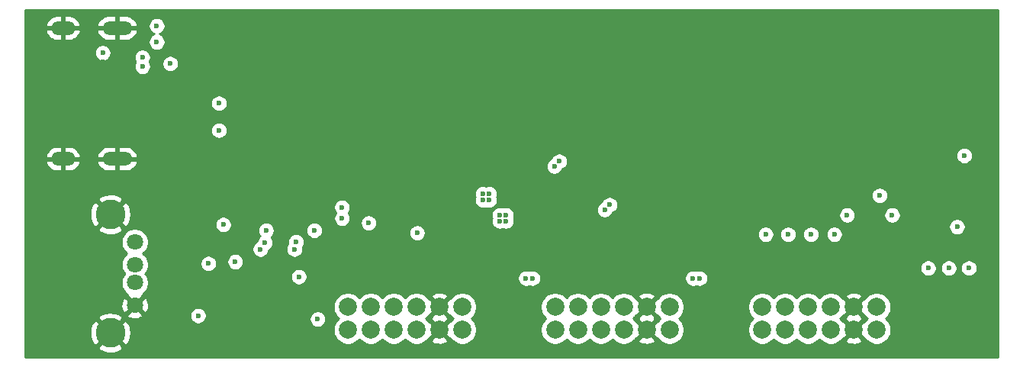
<source format=gbr>
G04 #@! TF.GenerationSoftware,KiCad,Pcbnew,5.1.4+dfsg1-1~bpo10+1*
G04 #@! TF.CreationDate,2020-02-14T17:19:22+01:00*
G04 #@! TF.ProjectId,arty-a7-expansion,61727479-2d61-4372-9d65-7870616e7369,rev?*
G04 #@! TF.SameCoordinates,Original*
G04 #@! TF.FileFunction,Copper,L2,Inr*
G04 #@! TF.FilePolarity,Positive*
%FSLAX46Y46*%
G04 Gerber Fmt 4.6, Leading zero omitted, Abs format (unit mm)*
G04 Created by KiCad (PCBNEW 5.1.4+dfsg1-1~bpo10+1) date 2020-02-14 17:19:22*
%MOMM*%
%LPD*%
G04 APERTURE LIST*
%ADD10C,1.800000*%
%ADD11C,3.300000*%
%ADD12O,2.700000X1.500000*%
%ADD13O,3.300000X1.500000*%
%ADD14C,2.000000*%
%ADD15C,0.600000*%
%ADD16C,0.254000*%
G04 APERTURE END LIST*
D10*
X104011241Y-117978709D03*
X104011241Y-115478709D03*
X104011241Y-113478709D03*
X104011241Y-110978709D03*
D11*
X101301241Y-121048709D03*
X101301241Y-107908709D03*
D12*
X96051241Y-101728709D03*
X96051241Y-87228709D03*
D13*
X102051241Y-87228709D03*
X102051241Y-101728709D03*
D14*
X150651241Y-120718709D03*
X153191241Y-120718709D03*
X155731241Y-120718709D03*
X158271241Y-120718709D03*
X160811241Y-120718709D03*
X163351241Y-120718709D03*
X163351241Y-118178709D03*
X160811241Y-118178709D03*
X158271241Y-118178709D03*
X155731241Y-118178709D03*
X153191241Y-118178709D03*
X150651241Y-118178709D03*
X173651241Y-120718709D03*
X176191241Y-120718709D03*
X178731241Y-120718709D03*
X181271241Y-120718709D03*
X183811241Y-120718709D03*
X186351241Y-120718709D03*
X186351241Y-118178709D03*
X183811241Y-118178709D03*
X181271241Y-118178709D03*
X178731241Y-118178709D03*
X176191241Y-118178709D03*
X173651241Y-118178709D03*
X127651241Y-120718709D03*
X130191241Y-120718709D03*
X132731241Y-120718709D03*
X135271241Y-120718709D03*
X137811241Y-120718709D03*
X140351241Y-120718709D03*
X140351241Y-118178709D03*
X137811241Y-118178709D03*
X135271241Y-118178709D03*
X132731241Y-118178709D03*
X130191241Y-118178709D03*
X127651241Y-118178709D03*
D15*
X117611241Y-94828709D03*
X117631241Y-96328709D03*
X199241741Y-112914709D03*
X199241741Y-96404709D03*
X188573741Y-96404709D03*
X184509741Y-105866209D03*
X191621741Y-112914709D03*
X120565241Y-122249209D03*
X110024241Y-119137709D03*
X107738241Y-117169209D03*
X107738241Y-109168209D03*
X112691241Y-117994709D03*
X132630241Y-107199709D03*
X143047241Y-110870709D03*
X123676741Y-114819709D03*
X111230741Y-109739709D03*
X110849741Y-106818709D03*
X105189241Y-98509209D03*
X100363241Y-96985209D03*
X100363241Y-95524709D03*
X105506741Y-94000709D03*
X100490241Y-90952709D03*
X196310500Y-106859000D03*
X132221241Y-112002709D03*
X117521241Y-99348709D03*
X117574212Y-97810702D03*
X129891241Y-100998709D03*
X131686241Y-101003709D03*
X133486241Y-101003709D03*
X156697666Y-106847834D03*
X156167334Y-107378166D03*
X150579334Y-102552166D03*
X151109666Y-102021834D03*
X165963500Y-114987000D03*
X166713500Y-114987000D03*
X147421500Y-114987000D03*
X148171500Y-114987000D03*
X196071241Y-101378709D03*
X195271241Y-109278709D03*
X196574741Y-113867209D03*
X194352241Y-113867209D03*
X192066241Y-113867209D03*
X181652241Y-110120709D03*
X176508741Y-110120709D03*
X174032241Y-110120709D03*
X179048741Y-110120709D03*
X186668741Y-105802709D03*
X112183241Y-113359209D03*
X111040241Y-119137709D03*
X122216241Y-114819709D03*
X113351241Y-98578709D03*
X113351241Y-95578709D03*
X144511241Y-107958709D03*
X145211241Y-107958709D03*
X144511241Y-108658709D03*
X145211241Y-108658709D03*
X127016241Y-107108709D03*
X127011241Y-108333709D03*
X188071241Y-107978709D03*
X183071241Y-107978709D03*
X142636241Y-105623709D03*
X143336241Y-105623709D03*
X142636241Y-106323709D03*
X143336241Y-106323709D03*
X129963241Y-108850709D03*
X135353251Y-109958709D03*
X118585485Y-109683185D03*
X123930741Y-109676209D03*
X118468230Y-111036978D03*
X121913254Y-110942472D03*
X117961741Y-111771709D03*
X121733067Y-111777259D03*
X113834241Y-109041209D03*
X124311741Y-119518709D03*
X115159809Y-113161526D03*
X104851241Y-91478709D03*
X107951241Y-91178709D03*
X104851241Y-90478709D03*
X106451241Y-88778709D03*
X100451241Y-89978709D03*
X106451241Y-86978709D03*
D16*
G36*
X199816241Y-123743709D02*
G01*
X91886241Y-123743709D01*
X91886241Y-122647144D01*
X99882411Y-122647144D01*
X100056464Y-122978063D01*
X100456781Y-123183834D01*
X100889549Y-123307555D01*
X101338139Y-123344468D01*
X101785311Y-123293158D01*
X102213880Y-123155594D01*
X102546018Y-122978063D01*
X102720071Y-122647144D01*
X101301241Y-121228314D01*
X99882411Y-122647144D01*
X91886241Y-122647144D01*
X91886241Y-121085607D01*
X99005482Y-121085607D01*
X99056792Y-121532779D01*
X99194356Y-121961348D01*
X99371887Y-122293486D01*
X99702806Y-122467539D01*
X101121636Y-121048709D01*
X101480846Y-121048709D01*
X102899676Y-122467539D01*
X103230595Y-122293486D01*
X103436366Y-121893169D01*
X103560087Y-121460401D01*
X103597000Y-121011811D01*
X103545690Y-120564639D01*
X103408126Y-120136070D01*
X103230595Y-119803932D01*
X102899676Y-119629879D01*
X101480846Y-121048709D01*
X101121636Y-121048709D01*
X99702806Y-119629879D01*
X99371887Y-119803932D01*
X99166116Y-120204249D01*
X99042395Y-120637017D01*
X99005482Y-121085607D01*
X91886241Y-121085607D01*
X91886241Y-119450274D01*
X99882411Y-119450274D01*
X101301241Y-120869104D01*
X102720071Y-119450274D01*
X102546018Y-119119355D01*
X102397063Y-119042789D01*
X103126766Y-119042789D01*
X103210449Y-119296970D01*
X103483016Y-119427867D01*
X103775883Y-119503074D01*
X104077794Y-119519700D01*
X104377148Y-119477106D01*
X104662440Y-119376931D01*
X104812033Y-119296970D01*
X104894783Y-119045620D01*
X110105241Y-119045620D01*
X110105241Y-119229798D01*
X110141173Y-119410438D01*
X110211655Y-119580598D01*
X110313979Y-119733737D01*
X110444213Y-119863971D01*
X110597352Y-119966295D01*
X110767512Y-120036777D01*
X110948152Y-120072709D01*
X111132330Y-120072709D01*
X111312970Y-120036777D01*
X111483130Y-119966295D01*
X111636269Y-119863971D01*
X111766503Y-119733737D01*
X111868827Y-119580598D01*
X111932606Y-119426620D01*
X123376741Y-119426620D01*
X123376741Y-119610798D01*
X123412673Y-119791438D01*
X123483155Y-119961598D01*
X123585479Y-120114737D01*
X123715713Y-120244971D01*
X123868852Y-120347295D01*
X124039012Y-120417777D01*
X124219652Y-120453709D01*
X124403830Y-120453709D01*
X124584470Y-120417777D01*
X124754630Y-120347295D01*
X124907769Y-120244971D01*
X125038003Y-120114737D01*
X125140327Y-119961598D01*
X125210809Y-119791438D01*
X125246741Y-119610798D01*
X125246741Y-119426620D01*
X125210809Y-119245980D01*
X125140327Y-119075820D01*
X125038003Y-118922681D01*
X124907769Y-118792447D01*
X124754630Y-118690123D01*
X124584470Y-118619641D01*
X124403830Y-118583709D01*
X124219652Y-118583709D01*
X124039012Y-118619641D01*
X123868852Y-118690123D01*
X123715713Y-118792447D01*
X123585479Y-118922681D01*
X123483155Y-119075820D01*
X123412673Y-119245980D01*
X123376741Y-119426620D01*
X111932606Y-119426620D01*
X111939309Y-119410438D01*
X111975241Y-119229798D01*
X111975241Y-119045620D01*
X111939309Y-118864980D01*
X111868827Y-118694820D01*
X111766503Y-118541681D01*
X111636269Y-118411447D01*
X111483130Y-118309123D01*
X111312970Y-118238641D01*
X111132330Y-118202709D01*
X110948152Y-118202709D01*
X110767512Y-118238641D01*
X110597352Y-118309123D01*
X110444213Y-118411447D01*
X110313979Y-118541681D01*
X110211655Y-118694820D01*
X110141173Y-118864980D01*
X110105241Y-119045620D01*
X104894783Y-119045620D01*
X104895716Y-119042789D01*
X104011241Y-118158314D01*
X103126766Y-119042789D01*
X102397063Y-119042789D01*
X102145701Y-118913584D01*
X101712933Y-118789863D01*
X101264343Y-118752950D01*
X100817171Y-118804260D01*
X100388602Y-118941824D01*
X100056464Y-119119355D01*
X99882411Y-119450274D01*
X91886241Y-119450274D01*
X91886241Y-118045262D01*
X102470250Y-118045262D01*
X102512844Y-118344616D01*
X102613019Y-118629908D01*
X102692980Y-118779501D01*
X102947161Y-118863184D01*
X103831636Y-117978709D01*
X104190846Y-117978709D01*
X105075321Y-118863184D01*
X105329502Y-118779501D01*
X105460399Y-118506934D01*
X105535606Y-118214067D01*
X105546421Y-118017676D01*
X126016241Y-118017676D01*
X126016241Y-118339742D01*
X126079073Y-118655621D01*
X126202323Y-118953172D01*
X126381254Y-119220961D01*
X126608989Y-119448696D01*
X126609008Y-119448709D01*
X126608989Y-119448722D01*
X126381254Y-119676457D01*
X126202323Y-119944246D01*
X126079073Y-120241797D01*
X126016241Y-120557676D01*
X126016241Y-120879742D01*
X126079073Y-121195621D01*
X126202323Y-121493172D01*
X126381254Y-121760961D01*
X126608989Y-121988696D01*
X126876778Y-122167627D01*
X127174329Y-122290877D01*
X127490208Y-122353709D01*
X127812274Y-122353709D01*
X128128153Y-122290877D01*
X128425704Y-122167627D01*
X128693493Y-121988696D01*
X128921228Y-121760961D01*
X128921241Y-121760942D01*
X128921254Y-121760961D01*
X129148989Y-121988696D01*
X129416778Y-122167627D01*
X129714329Y-122290877D01*
X130030208Y-122353709D01*
X130352274Y-122353709D01*
X130668153Y-122290877D01*
X130965704Y-122167627D01*
X131233493Y-121988696D01*
X131461228Y-121760961D01*
X131461241Y-121760942D01*
X131461254Y-121760961D01*
X131688989Y-121988696D01*
X131956778Y-122167627D01*
X132254329Y-122290877D01*
X132570208Y-122353709D01*
X132892274Y-122353709D01*
X133208153Y-122290877D01*
X133505704Y-122167627D01*
X133773493Y-121988696D01*
X134001228Y-121760961D01*
X134001241Y-121760942D01*
X134001254Y-121760961D01*
X134228989Y-121988696D01*
X134496778Y-122167627D01*
X134794329Y-122290877D01*
X135110208Y-122353709D01*
X135432274Y-122353709D01*
X135748153Y-122290877D01*
X136045704Y-122167627D01*
X136313493Y-121988696D01*
X136448067Y-121854122D01*
X136855433Y-121854122D01*
X136951197Y-122118523D01*
X137240812Y-122259413D01*
X137552349Y-122341093D01*
X137873836Y-122360427D01*
X138192916Y-122316670D01*
X138497329Y-122211504D01*
X138671285Y-122118523D01*
X138767049Y-121854122D01*
X137811241Y-120898314D01*
X136855433Y-121854122D01*
X136448067Y-121854122D01*
X136541228Y-121760961D01*
X136613961Y-121652109D01*
X136675828Y-121674517D01*
X137631636Y-120718709D01*
X136675828Y-119762901D01*
X136613961Y-119785309D01*
X136541228Y-119676457D01*
X136313493Y-119448722D01*
X136313474Y-119448709D01*
X136313493Y-119448696D01*
X136448067Y-119314122D01*
X136855433Y-119314122D01*
X136904179Y-119448709D01*
X136855433Y-119583296D01*
X137811241Y-120539104D01*
X138767049Y-119583296D01*
X138718303Y-119448709D01*
X138767049Y-119314122D01*
X137811241Y-118358314D01*
X136855433Y-119314122D01*
X136448067Y-119314122D01*
X136541228Y-119220961D01*
X136613961Y-119112109D01*
X136675828Y-119134517D01*
X137631636Y-118178709D01*
X137990846Y-118178709D01*
X138946654Y-119134517D01*
X139008521Y-119112109D01*
X139081254Y-119220961D01*
X139308989Y-119448696D01*
X139309008Y-119448709D01*
X139308989Y-119448722D01*
X139081254Y-119676457D01*
X139008521Y-119785309D01*
X138946654Y-119762901D01*
X137990846Y-120718709D01*
X138946654Y-121674517D01*
X139008521Y-121652109D01*
X139081254Y-121760961D01*
X139308989Y-121988696D01*
X139576778Y-122167627D01*
X139874329Y-122290877D01*
X140190208Y-122353709D01*
X140512274Y-122353709D01*
X140828153Y-122290877D01*
X141125704Y-122167627D01*
X141393493Y-121988696D01*
X141621228Y-121760961D01*
X141800159Y-121493172D01*
X141923409Y-121195621D01*
X141986241Y-120879742D01*
X141986241Y-120557676D01*
X141923409Y-120241797D01*
X141800159Y-119944246D01*
X141621228Y-119676457D01*
X141393493Y-119448722D01*
X141393474Y-119448709D01*
X141393493Y-119448696D01*
X141621228Y-119220961D01*
X141800159Y-118953172D01*
X141923409Y-118655621D01*
X141986241Y-118339742D01*
X141986241Y-118017676D01*
X149016241Y-118017676D01*
X149016241Y-118339742D01*
X149079073Y-118655621D01*
X149202323Y-118953172D01*
X149381254Y-119220961D01*
X149608989Y-119448696D01*
X149609008Y-119448709D01*
X149608989Y-119448722D01*
X149381254Y-119676457D01*
X149202323Y-119944246D01*
X149079073Y-120241797D01*
X149016241Y-120557676D01*
X149016241Y-120879742D01*
X149079073Y-121195621D01*
X149202323Y-121493172D01*
X149381254Y-121760961D01*
X149608989Y-121988696D01*
X149876778Y-122167627D01*
X150174329Y-122290877D01*
X150490208Y-122353709D01*
X150812274Y-122353709D01*
X151128153Y-122290877D01*
X151425704Y-122167627D01*
X151693493Y-121988696D01*
X151921228Y-121760961D01*
X151921241Y-121760942D01*
X151921254Y-121760961D01*
X152148989Y-121988696D01*
X152416778Y-122167627D01*
X152714329Y-122290877D01*
X153030208Y-122353709D01*
X153352274Y-122353709D01*
X153668153Y-122290877D01*
X153965704Y-122167627D01*
X154233493Y-121988696D01*
X154461228Y-121760961D01*
X154461241Y-121760942D01*
X154461254Y-121760961D01*
X154688989Y-121988696D01*
X154956778Y-122167627D01*
X155254329Y-122290877D01*
X155570208Y-122353709D01*
X155892274Y-122353709D01*
X156208153Y-122290877D01*
X156505704Y-122167627D01*
X156773493Y-121988696D01*
X157001228Y-121760961D01*
X157001241Y-121760942D01*
X157001254Y-121760961D01*
X157228989Y-121988696D01*
X157496778Y-122167627D01*
X157794329Y-122290877D01*
X158110208Y-122353709D01*
X158432274Y-122353709D01*
X158748153Y-122290877D01*
X159045704Y-122167627D01*
X159313493Y-121988696D01*
X159448067Y-121854122D01*
X159855433Y-121854122D01*
X159951197Y-122118523D01*
X160240812Y-122259413D01*
X160552349Y-122341093D01*
X160873836Y-122360427D01*
X161192916Y-122316670D01*
X161497329Y-122211504D01*
X161671285Y-122118523D01*
X161767049Y-121854122D01*
X160811241Y-120898314D01*
X159855433Y-121854122D01*
X159448067Y-121854122D01*
X159541228Y-121760961D01*
X159613961Y-121652109D01*
X159675828Y-121674517D01*
X160631636Y-120718709D01*
X159675828Y-119762901D01*
X159613961Y-119785309D01*
X159541228Y-119676457D01*
X159313493Y-119448722D01*
X159313474Y-119448709D01*
X159313493Y-119448696D01*
X159448067Y-119314122D01*
X159855433Y-119314122D01*
X159904179Y-119448709D01*
X159855433Y-119583296D01*
X160811241Y-120539104D01*
X161767049Y-119583296D01*
X161718303Y-119448709D01*
X161767049Y-119314122D01*
X160811241Y-118358314D01*
X159855433Y-119314122D01*
X159448067Y-119314122D01*
X159541228Y-119220961D01*
X159613961Y-119112109D01*
X159675828Y-119134517D01*
X160631636Y-118178709D01*
X160990846Y-118178709D01*
X161946654Y-119134517D01*
X162008521Y-119112109D01*
X162081254Y-119220961D01*
X162308989Y-119448696D01*
X162309008Y-119448709D01*
X162308989Y-119448722D01*
X162081254Y-119676457D01*
X162008521Y-119785309D01*
X161946654Y-119762901D01*
X160990846Y-120718709D01*
X161946654Y-121674517D01*
X162008521Y-121652109D01*
X162081254Y-121760961D01*
X162308989Y-121988696D01*
X162576778Y-122167627D01*
X162874329Y-122290877D01*
X163190208Y-122353709D01*
X163512274Y-122353709D01*
X163828153Y-122290877D01*
X164125704Y-122167627D01*
X164393493Y-121988696D01*
X164621228Y-121760961D01*
X164800159Y-121493172D01*
X164923409Y-121195621D01*
X164986241Y-120879742D01*
X164986241Y-120557676D01*
X164923409Y-120241797D01*
X164800159Y-119944246D01*
X164621228Y-119676457D01*
X164393493Y-119448722D01*
X164393474Y-119448709D01*
X164393493Y-119448696D01*
X164621228Y-119220961D01*
X164800159Y-118953172D01*
X164923409Y-118655621D01*
X164986241Y-118339742D01*
X164986241Y-118017676D01*
X172016241Y-118017676D01*
X172016241Y-118339742D01*
X172079073Y-118655621D01*
X172202323Y-118953172D01*
X172381254Y-119220961D01*
X172608989Y-119448696D01*
X172609008Y-119448709D01*
X172608989Y-119448722D01*
X172381254Y-119676457D01*
X172202323Y-119944246D01*
X172079073Y-120241797D01*
X172016241Y-120557676D01*
X172016241Y-120879742D01*
X172079073Y-121195621D01*
X172202323Y-121493172D01*
X172381254Y-121760961D01*
X172608989Y-121988696D01*
X172876778Y-122167627D01*
X173174329Y-122290877D01*
X173490208Y-122353709D01*
X173812274Y-122353709D01*
X174128153Y-122290877D01*
X174425704Y-122167627D01*
X174693493Y-121988696D01*
X174921228Y-121760961D01*
X174921241Y-121760942D01*
X174921254Y-121760961D01*
X175148989Y-121988696D01*
X175416778Y-122167627D01*
X175714329Y-122290877D01*
X176030208Y-122353709D01*
X176352274Y-122353709D01*
X176668153Y-122290877D01*
X176965704Y-122167627D01*
X177233493Y-121988696D01*
X177461228Y-121760961D01*
X177461241Y-121760942D01*
X177461254Y-121760961D01*
X177688989Y-121988696D01*
X177956778Y-122167627D01*
X178254329Y-122290877D01*
X178570208Y-122353709D01*
X178892274Y-122353709D01*
X179208153Y-122290877D01*
X179505704Y-122167627D01*
X179773493Y-121988696D01*
X180001228Y-121760961D01*
X180001241Y-121760942D01*
X180001254Y-121760961D01*
X180228989Y-121988696D01*
X180496778Y-122167627D01*
X180794329Y-122290877D01*
X181110208Y-122353709D01*
X181432274Y-122353709D01*
X181748153Y-122290877D01*
X182045704Y-122167627D01*
X182313493Y-121988696D01*
X182448067Y-121854122D01*
X182855433Y-121854122D01*
X182951197Y-122118523D01*
X183240812Y-122259413D01*
X183552349Y-122341093D01*
X183873836Y-122360427D01*
X184192916Y-122316670D01*
X184497329Y-122211504D01*
X184671285Y-122118523D01*
X184767049Y-121854122D01*
X183811241Y-120898314D01*
X182855433Y-121854122D01*
X182448067Y-121854122D01*
X182541228Y-121760961D01*
X182613961Y-121652109D01*
X182675828Y-121674517D01*
X183631636Y-120718709D01*
X182675828Y-119762901D01*
X182613961Y-119785309D01*
X182541228Y-119676457D01*
X182313493Y-119448722D01*
X182313474Y-119448709D01*
X182313493Y-119448696D01*
X182448067Y-119314122D01*
X182855433Y-119314122D01*
X182904179Y-119448709D01*
X182855433Y-119583296D01*
X183811241Y-120539104D01*
X184767049Y-119583296D01*
X184718303Y-119448709D01*
X184767049Y-119314122D01*
X183811241Y-118358314D01*
X182855433Y-119314122D01*
X182448067Y-119314122D01*
X182541228Y-119220961D01*
X182613961Y-119112109D01*
X182675828Y-119134517D01*
X183631636Y-118178709D01*
X183990846Y-118178709D01*
X184946654Y-119134517D01*
X185008521Y-119112109D01*
X185081254Y-119220961D01*
X185308989Y-119448696D01*
X185309008Y-119448709D01*
X185308989Y-119448722D01*
X185081254Y-119676457D01*
X185008521Y-119785309D01*
X184946654Y-119762901D01*
X183990846Y-120718709D01*
X184946654Y-121674517D01*
X185008521Y-121652109D01*
X185081254Y-121760961D01*
X185308989Y-121988696D01*
X185576778Y-122167627D01*
X185874329Y-122290877D01*
X186190208Y-122353709D01*
X186512274Y-122353709D01*
X186828153Y-122290877D01*
X187125704Y-122167627D01*
X187393493Y-121988696D01*
X187621228Y-121760961D01*
X187800159Y-121493172D01*
X187923409Y-121195621D01*
X187986241Y-120879742D01*
X187986241Y-120557676D01*
X187923409Y-120241797D01*
X187800159Y-119944246D01*
X187621228Y-119676457D01*
X187393493Y-119448722D01*
X187393474Y-119448709D01*
X187393493Y-119448696D01*
X187621228Y-119220961D01*
X187800159Y-118953172D01*
X187923409Y-118655621D01*
X187986241Y-118339742D01*
X187986241Y-118017676D01*
X187923409Y-117701797D01*
X187800159Y-117404246D01*
X187621228Y-117136457D01*
X187393493Y-116908722D01*
X187125704Y-116729791D01*
X186828153Y-116606541D01*
X186512274Y-116543709D01*
X186190208Y-116543709D01*
X185874329Y-116606541D01*
X185576778Y-116729791D01*
X185308989Y-116908722D01*
X185081254Y-117136457D01*
X185008521Y-117245309D01*
X184946654Y-117222901D01*
X183990846Y-118178709D01*
X183631636Y-118178709D01*
X182675828Y-117222901D01*
X182613961Y-117245309D01*
X182541228Y-117136457D01*
X182448067Y-117043296D01*
X182855433Y-117043296D01*
X183811241Y-117999104D01*
X184767049Y-117043296D01*
X184671285Y-116778895D01*
X184381670Y-116638005D01*
X184070133Y-116556325D01*
X183748646Y-116536991D01*
X183429566Y-116580748D01*
X183125153Y-116685914D01*
X182951197Y-116778895D01*
X182855433Y-117043296D01*
X182448067Y-117043296D01*
X182313493Y-116908722D01*
X182045704Y-116729791D01*
X181748153Y-116606541D01*
X181432274Y-116543709D01*
X181110208Y-116543709D01*
X180794329Y-116606541D01*
X180496778Y-116729791D01*
X180228989Y-116908722D01*
X180001254Y-117136457D01*
X180001241Y-117136476D01*
X180001228Y-117136457D01*
X179773493Y-116908722D01*
X179505704Y-116729791D01*
X179208153Y-116606541D01*
X178892274Y-116543709D01*
X178570208Y-116543709D01*
X178254329Y-116606541D01*
X177956778Y-116729791D01*
X177688989Y-116908722D01*
X177461254Y-117136457D01*
X177461241Y-117136476D01*
X177461228Y-117136457D01*
X177233493Y-116908722D01*
X176965704Y-116729791D01*
X176668153Y-116606541D01*
X176352274Y-116543709D01*
X176030208Y-116543709D01*
X175714329Y-116606541D01*
X175416778Y-116729791D01*
X175148989Y-116908722D01*
X174921254Y-117136457D01*
X174921241Y-117136476D01*
X174921228Y-117136457D01*
X174693493Y-116908722D01*
X174425704Y-116729791D01*
X174128153Y-116606541D01*
X173812274Y-116543709D01*
X173490208Y-116543709D01*
X173174329Y-116606541D01*
X172876778Y-116729791D01*
X172608989Y-116908722D01*
X172381254Y-117136457D01*
X172202323Y-117404246D01*
X172079073Y-117701797D01*
X172016241Y-118017676D01*
X164986241Y-118017676D01*
X164923409Y-117701797D01*
X164800159Y-117404246D01*
X164621228Y-117136457D01*
X164393493Y-116908722D01*
X164125704Y-116729791D01*
X163828153Y-116606541D01*
X163512274Y-116543709D01*
X163190208Y-116543709D01*
X162874329Y-116606541D01*
X162576778Y-116729791D01*
X162308989Y-116908722D01*
X162081254Y-117136457D01*
X162008521Y-117245309D01*
X161946654Y-117222901D01*
X160990846Y-118178709D01*
X160631636Y-118178709D01*
X159675828Y-117222901D01*
X159613961Y-117245309D01*
X159541228Y-117136457D01*
X159448067Y-117043296D01*
X159855433Y-117043296D01*
X160811241Y-117999104D01*
X161767049Y-117043296D01*
X161671285Y-116778895D01*
X161381670Y-116638005D01*
X161070133Y-116556325D01*
X160748646Y-116536991D01*
X160429566Y-116580748D01*
X160125153Y-116685914D01*
X159951197Y-116778895D01*
X159855433Y-117043296D01*
X159448067Y-117043296D01*
X159313493Y-116908722D01*
X159045704Y-116729791D01*
X158748153Y-116606541D01*
X158432274Y-116543709D01*
X158110208Y-116543709D01*
X157794329Y-116606541D01*
X157496778Y-116729791D01*
X157228989Y-116908722D01*
X157001254Y-117136457D01*
X157001241Y-117136476D01*
X157001228Y-117136457D01*
X156773493Y-116908722D01*
X156505704Y-116729791D01*
X156208153Y-116606541D01*
X155892274Y-116543709D01*
X155570208Y-116543709D01*
X155254329Y-116606541D01*
X154956778Y-116729791D01*
X154688989Y-116908722D01*
X154461254Y-117136457D01*
X154461241Y-117136476D01*
X154461228Y-117136457D01*
X154233493Y-116908722D01*
X153965704Y-116729791D01*
X153668153Y-116606541D01*
X153352274Y-116543709D01*
X153030208Y-116543709D01*
X152714329Y-116606541D01*
X152416778Y-116729791D01*
X152148989Y-116908722D01*
X151921254Y-117136457D01*
X151921241Y-117136476D01*
X151921228Y-117136457D01*
X151693493Y-116908722D01*
X151425704Y-116729791D01*
X151128153Y-116606541D01*
X150812274Y-116543709D01*
X150490208Y-116543709D01*
X150174329Y-116606541D01*
X149876778Y-116729791D01*
X149608989Y-116908722D01*
X149381254Y-117136457D01*
X149202323Y-117404246D01*
X149079073Y-117701797D01*
X149016241Y-118017676D01*
X141986241Y-118017676D01*
X141923409Y-117701797D01*
X141800159Y-117404246D01*
X141621228Y-117136457D01*
X141393493Y-116908722D01*
X141125704Y-116729791D01*
X140828153Y-116606541D01*
X140512274Y-116543709D01*
X140190208Y-116543709D01*
X139874329Y-116606541D01*
X139576778Y-116729791D01*
X139308989Y-116908722D01*
X139081254Y-117136457D01*
X139008521Y-117245309D01*
X138946654Y-117222901D01*
X137990846Y-118178709D01*
X137631636Y-118178709D01*
X136675828Y-117222901D01*
X136613961Y-117245309D01*
X136541228Y-117136457D01*
X136448067Y-117043296D01*
X136855433Y-117043296D01*
X137811241Y-117999104D01*
X138767049Y-117043296D01*
X138671285Y-116778895D01*
X138381670Y-116638005D01*
X138070133Y-116556325D01*
X137748646Y-116536991D01*
X137429566Y-116580748D01*
X137125153Y-116685914D01*
X136951197Y-116778895D01*
X136855433Y-117043296D01*
X136448067Y-117043296D01*
X136313493Y-116908722D01*
X136045704Y-116729791D01*
X135748153Y-116606541D01*
X135432274Y-116543709D01*
X135110208Y-116543709D01*
X134794329Y-116606541D01*
X134496778Y-116729791D01*
X134228989Y-116908722D01*
X134001254Y-117136457D01*
X134001241Y-117136476D01*
X134001228Y-117136457D01*
X133773493Y-116908722D01*
X133505704Y-116729791D01*
X133208153Y-116606541D01*
X132892274Y-116543709D01*
X132570208Y-116543709D01*
X132254329Y-116606541D01*
X131956778Y-116729791D01*
X131688989Y-116908722D01*
X131461254Y-117136457D01*
X131461241Y-117136476D01*
X131461228Y-117136457D01*
X131233493Y-116908722D01*
X130965704Y-116729791D01*
X130668153Y-116606541D01*
X130352274Y-116543709D01*
X130030208Y-116543709D01*
X129714329Y-116606541D01*
X129416778Y-116729791D01*
X129148989Y-116908722D01*
X128921254Y-117136457D01*
X128921241Y-117136476D01*
X128921228Y-117136457D01*
X128693493Y-116908722D01*
X128425704Y-116729791D01*
X128128153Y-116606541D01*
X127812274Y-116543709D01*
X127490208Y-116543709D01*
X127174329Y-116606541D01*
X126876778Y-116729791D01*
X126608989Y-116908722D01*
X126381254Y-117136457D01*
X126202323Y-117404246D01*
X126079073Y-117701797D01*
X126016241Y-118017676D01*
X105546421Y-118017676D01*
X105552232Y-117912156D01*
X105509638Y-117612802D01*
X105409463Y-117327510D01*
X105329502Y-117177917D01*
X105075321Y-117094234D01*
X104190846Y-117978709D01*
X103831636Y-117978709D01*
X102947161Y-117094234D01*
X102692980Y-117177917D01*
X102562083Y-117450484D01*
X102486876Y-117743351D01*
X102470250Y-118045262D01*
X91886241Y-118045262D01*
X91886241Y-110827525D01*
X102476241Y-110827525D01*
X102476241Y-111129893D01*
X102535230Y-111426452D01*
X102650942Y-111705804D01*
X102818929Y-111957214D01*
X103032736Y-112171021D01*
X103119072Y-112228709D01*
X103032736Y-112286397D01*
X102818929Y-112500204D01*
X102650942Y-112751614D01*
X102535230Y-113030966D01*
X102476241Y-113327525D01*
X102476241Y-113629893D01*
X102535230Y-113926452D01*
X102650942Y-114205804D01*
X102818929Y-114457214D01*
X102840424Y-114478709D01*
X102818929Y-114500204D01*
X102650942Y-114751614D01*
X102535230Y-115030966D01*
X102476241Y-115327525D01*
X102476241Y-115629893D01*
X102535230Y-115926452D01*
X102650942Y-116205804D01*
X102818929Y-116457214D01*
X103032736Y-116671021D01*
X103175551Y-116766447D01*
X103126766Y-116914629D01*
X104011241Y-117799104D01*
X104895716Y-116914629D01*
X104846931Y-116766447D01*
X104989746Y-116671021D01*
X105203553Y-116457214D01*
X105371540Y-116205804D01*
X105487252Y-115926452D01*
X105546241Y-115629893D01*
X105546241Y-115327525D01*
X105487252Y-115030966D01*
X105371540Y-114751614D01*
X105355508Y-114727620D01*
X121281241Y-114727620D01*
X121281241Y-114911798D01*
X121317173Y-115092438D01*
X121387655Y-115262598D01*
X121489979Y-115415737D01*
X121620213Y-115545971D01*
X121773352Y-115648295D01*
X121943512Y-115718777D01*
X122124152Y-115754709D01*
X122308330Y-115754709D01*
X122488970Y-115718777D01*
X122659130Y-115648295D01*
X122812269Y-115545971D01*
X122942503Y-115415737D01*
X123044827Y-115262598D01*
X123115309Y-115092438D01*
X123151241Y-114911798D01*
X123151241Y-114894911D01*
X146486500Y-114894911D01*
X146486500Y-115079089D01*
X146522432Y-115259729D01*
X146592914Y-115429889D01*
X146695238Y-115583028D01*
X146825472Y-115713262D01*
X146978611Y-115815586D01*
X147148771Y-115886068D01*
X147329411Y-115922000D01*
X147513589Y-115922000D01*
X147694229Y-115886068D01*
X147796500Y-115843706D01*
X147898771Y-115886068D01*
X148079411Y-115922000D01*
X148263589Y-115922000D01*
X148444229Y-115886068D01*
X148614389Y-115815586D01*
X148767528Y-115713262D01*
X148897762Y-115583028D01*
X149000086Y-115429889D01*
X149070568Y-115259729D01*
X149106500Y-115079089D01*
X149106500Y-114894911D01*
X165028500Y-114894911D01*
X165028500Y-115079089D01*
X165064432Y-115259729D01*
X165134914Y-115429889D01*
X165237238Y-115583028D01*
X165367472Y-115713262D01*
X165520611Y-115815586D01*
X165690771Y-115886068D01*
X165871411Y-115922000D01*
X166055589Y-115922000D01*
X166236229Y-115886068D01*
X166338500Y-115843706D01*
X166440771Y-115886068D01*
X166621411Y-115922000D01*
X166805589Y-115922000D01*
X166986229Y-115886068D01*
X167156389Y-115815586D01*
X167309528Y-115713262D01*
X167439762Y-115583028D01*
X167542086Y-115429889D01*
X167612568Y-115259729D01*
X167648500Y-115079089D01*
X167648500Y-114894911D01*
X167612568Y-114714271D01*
X167542086Y-114544111D01*
X167439762Y-114390972D01*
X167309528Y-114260738D01*
X167156389Y-114158414D01*
X166986229Y-114087932D01*
X166805589Y-114052000D01*
X166621411Y-114052000D01*
X166440771Y-114087932D01*
X166338500Y-114130294D01*
X166236229Y-114087932D01*
X166055589Y-114052000D01*
X165871411Y-114052000D01*
X165690771Y-114087932D01*
X165520611Y-114158414D01*
X165367472Y-114260738D01*
X165237238Y-114390972D01*
X165134914Y-114544111D01*
X165064432Y-114714271D01*
X165028500Y-114894911D01*
X149106500Y-114894911D01*
X149070568Y-114714271D01*
X149000086Y-114544111D01*
X148897762Y-114390972D01*
X148767528Y-114260738D01*
X148614389Y-114158414D01*
X148444229Y-114087932D01*
X148263589Y-114052000D01*
X148079411Y-114052000D01*
X147898771Y-114087932D01*
X147796500Y-114130294D01*
X147694229Y-114087932D01*
X147513589Y-114052000D01*
X147329411Y-114052000D01*
X147148771Y-114087932D01*
X146978611Y-114158414D01*
X146825472Y-114260738D01*
X146695238Y-114390972D01*
X146592914Y-114544111D01*
X146522432Y-114714271D01*
X146486500Y-114894911D01*
X123151241Y-114894911D01*
X123151241Y-114727620D01*
X123115309Y-114546980D01*
X123044827Y-114376820D01*
X122942503Y-114223681D01*
X122812269Y-114093447D01*
X122659130Y-113991123D01*
X122488970Y-113920641D01*
X122308330Y-113884709D01*
X122124152Y-113884709D01*
X121943512Y-113920641D01*
X121773352Y-113991123D01*
X121620213Y-114093447D01*
X121489979Y-114223681D01*
X121387655Y-114376820D01*
X121317173Y-114546980D01*
X121281241Y-114727620D01*
X105355508Y-114727620D01*
X105203553Y-114500204D01*
X105182058Y-114478709D01*
X105203553Y-114457214D01*
X105371540Y-114205804D01*
X105487252Y-113926452D01*
X105546241Y-113629893D01*
X105546241Y-113327525D01*
X105534226Y-113267120D01*
X111248241Y-113267120D01*
X111248241Y-113451298D01*
X111284173Y-113631938D01*
X111354655Y-113802098D01*
X111456979Y-113955237D01*
X111587213Y-114085471D01*
X111740352Y-114187795D01*
X111910512Y-114258277D01*
X112091152Y-114294209D01*
X112275330Y-114294209D01*
X112455970Y-114258277D01*
X112626130Y-114187795D01*
X112779269Y-114085471D01*
X112909503Y-113955237D01*
X113011827Y-113802098D01*
X113082309Y-113631938D01*
X113118241Y-113451298D01*
X113118241Y-113267120D01*
X113082309Y-113086480D01*
X113075250Y-113069437D01*
X114224809Y-113069437D01*
X114224809Y-113253615D01*
X114260741Y-113434255D01*
X114331223Y-113604415D01*
X114433547Y-113757554D01*
X114563781Y-113887788D01*
X114716920Y-113990112D01*
X114887080Y-114060594D01*
X115067720Y-114096526D01*
X115251898Y-114096526D01*
X115432538Y-114060594D01*
X115602698Y-113990112D01*
X115755837Y-113887788D01*
X115868505Y-113775120D01*
X191131241Y-113775120D01*
X191131241Y-113959298D01*
X191167173Y-114139938D01*
X191237655Y-114310098D01*
X191339979Y-114463237D01*
X191470213Y-114593471D01*
X191623352Y-114695795D01*
X191793512Y-114766277D01*
X191974152Y-114802209D01*
X192158330Y-114802209D01*
X192338970Y-114766277D01*
X192509130Y-114695795D01*
X192662269Y-114593471D01*
X192792503Y-114463237D01*
X192894827Y-114310098D01*
X192965309Y-114139938D01*
X193001241Y-113959298D01*
X193001241Y-113775120D01*
X193417241Y-113775120D01*
X193417241Y-113959298D01*
X193453173Y-114139938D01*
X193523655Y-114310098D01*
X193625979Y-114463237D01*
X193756213Y-114593471D01*
X193909352Y-114695795D01*
X194079512Y-114766277D01*
X194260152Y-114802209D01*
X194444330Y-114802209D01*
X194624970Y-114766277D01*
X194795130Y-114695795D01*
X194948269Y-114593471D01*
X195078503Y-114463237D01*
X195180827Y-114310098D01*
X195251309Y-114139938D01*
X195287241Y-113959298D01*
X195287241Y-113775120D01*
X195639741Y-113775120D01*
X195639741Y-113959298D01*
X195675673Y-114139938D01*
X195746155Y-114310098D01*
X195848479Y-114463237D01*
X195978713Y-114593471D01*
X196131852Y-114695795D01*
X196302012Y-114766277D01*
X196482652Y-114802209D01*
X196666830Y-114802209D01*
X196847470Y-114766277D01*
X197017630Y-114695795D01*
X197170769Y-114593471D01*
X197301003Y-114463237D01*
X197403327Y-114310098D01*
X197473809Y-114139938D01*
X197509741Y-113959298D01*
X197509741Y-113775120D01*
X197473809Y-113594480D01*
X197403327Y-113424320D01*
X197301003Y-113271181D01*
X197170769Y-113140947D01*
X197017630Y-113038623D01*
X196847470Y-112968141D01*
X196666830Y-112932209D01*
X196482652Y-112932209D01*
X196302012Y-112968141D01*
X196131852Y-113038623D01*
X195978713Y-113140947D01*
X195848479Y-113271181D01*
X195746155Y-113424320D01*
X195675673Y-113594480D01*
X195639741Y-113775120D01*
X195287241Y-113775120D01*
X195251309Y-113594480D01*
X195180827Y-113424320D01*
X195078503Y-113271181D01*
X194948269Y-113140947D01*
X194795130Y-113038623D01*
X194624970Y-112968141D01*
X194444330Y-112932209D01*
X194260152Y-112932209D01*
X194079512Y-112968141D01*
X193909352Y-113038623D01*
X193756213Y-113140947D01*
X193625979Y-113271181D01*
X193523655Y-113424320D01*
X193453173Y-113594480D01*
X193417241Y-113775120D01*
X193001241Y-113775120D01*
X192965309Y-113594480D01*
X192894827Y-113424320D01*
X192792503Y-113271181D01*
X192662269Y-113140947D01*
X192509130Y-113038623D01*
X192338970Y-112968141D01*
X192158330Y-112932209D01*
X191974152Y-112932209D01*
X191793512Y-112968141D01*
X191623352Y-113038623D01*
X191470213Y-113140947D01*
X191339979Y-113271181D01*
X191237655Y-113424320D01*
X191167173Y-113594480D01*
X191131241Y-113775120D01*
X115868505Y-113775120D01*
X115886071Y-113757554D01*
X115988395Y-113604415D01*
X116058877Y-113434255D01*
X116094809Y-113253615D01*
X116094809Y-113069437D01*
X116058877Y-112888797D01*
X115988395Y-112718637D01*
X115886071Y-112565498D01*
X115755837Y-112435264D01*
X115602698Y-112332940D01*
X115432538Y-112262458D01*
X115251898Y-112226526D01*
X115067720Y-112226526D01*
X114887080Y-112262458D01*
X114716920Y-112332940D01*
X114563781Y-112435264D01*
X114433547Y-112565498D01*
X114331223Y-112718637D01*
X114260741Y-112888797D01*
X114224809Y-113069437D01*
X113075250Y-113069437D01*
X113011827Y-112916320D01*
X112909503Y-112763181D01*
X112779269Y-112632947D01*
X112626130Y-112530623D01*
X112455970Y-112460141D01*
X112275330Y-112424209D01*
X112091152Y-112424209D01*
X111910512Y-112460141D01*
X111740352Y-112530623D01*
X111587213Y-112632947D01*
X111456979Y-112763181D01*
X111354655Y-112916320D01*
X111284173Y-113086480D01*
X111248241Y-113267120D01*
X105534226Y-113267120D01*
X105487252Y-113030966D01*
X105371540Y-112751614D01*
X105203553Y-112500204D01*
X104989746Y-112286397D01*
X104903410Y-112228709D01*
X104989746Y-112171021D01*
X105203553Y-111957214D01*
X105371540Y-111705804D01*
X105382385Y-111679620D01*
X117026741Y-111679620D01*
X117026741Y-111863798D01*
X117062673Y-112044438D01*
X117133155Y-112214598D01*
X117235479Y-112367737D01*
X117365713Y-112497971D01*
X117518852Y-112600295D01*
X117689012Y-112670777D01*
X117869652Y-112706709D01*
X118053830Y-112706709D01*
X118234470Y-112670777D01*
X118404630Y-112600295D01*
X118557769Y-112497971D01*
X118688003Y-112367737D01*
X118790327Y-112214598D01*
X118860809Y-112044438D01*
X118895067Y-111872213D01*
X118911119Y-111865564D01*
X119064258Y-111763240D01*
X119142328Y-111685170D01*
X120798067Y-111685170D01*
X120798067Y-111869348D01*
X120833999Y-112049988D01*
X120904481Y-112220148D01*
X121006805Y-112373287D01*
X121137039Y-112503521D01*
X121290178Y-112605845D01*
X121460338Y-112676327D01*
X121640978Y-112712259D01*
X121825156Y-112712259D01*
X122005796Y-112676327D01*
X122175956Y-112605845D01*
X122329095Y-112503521D01*
X122459329Y-112373287D01*
X122561653Y-112220148D01*
X122632135Y-112049988D01*
X122668067Y-111869348D01*
X122668067Y-111685170D01*
X122638996Y-111539020D01*
X122639516Y-111538500D01*
X122741840Y-111385361D01*
X122812322Y-111215201D01*
X122848254Y-111034561D01*
X122848254Y-110850383D01*
X122812322Y-110669743D01*
X122741840Y-110499583D01*
X122639516Y-110346444D01*
X122509282Y-110216210D01*
X122356143Y-110113886D01*
X122185983Y-110043404D01*
X122005343Y-110007472D01*
X121821165Y-110007472D01*
X121640525Y-110043404D01*
X121470365Y-110113886D01*
X121317226Y-110216210D01*
X121186992Y-110346444D01*
X121084668Y-110499583D01*
X121014186Y-110669743D01*
X120978254Y-110850383D01*
X120978254Y-111034561D01*
X121007325Y-111180711D01*
X121006805Y-111181231D01*
X120904481Y-111334370D01*
X120833999Y-111504530D01*
X120798067Y-111685170D01*
X119142328Y-111685170D01*
X119194492Y-111633006D01*
X119296816Y-111479867D01*
X119367298Y-111309707D01*
X119403230Y-111129067D01*
X119403230Y-110944889D01*
X119367298Y-110764249D01*
X119296816Y-110594089D01*
X119194492Y-110440950D01*
X119170409Y-110416867D01*
X119181513Y-110409447D01*
X119311747Y-110279213D01*
X119414071Y-110126074D01*
X119484553Y-109955914D01*
X119520485Y-109775274D01*
X119520485Y-109591096D01*
X119519098Y-109584120D01*
X122995741Y-109584120D01*
X122995741Y-109768298D01*
X123031673Y-109948938D01*
X123102155Y-110119098D01*
X123204479Y-110272237D01*
X123334713Y-110402471D01*
X123487852Y-110504795D01*
X123658012Y-110575277D01*
X123838652Y-110611209D01*
X124022830Y-110611209D01*
X124203470Y-110575277D01*
X124373630Y-110504795D01*
X124526769Y-110402471D01*
X124657003Y-110272237D01*
X124759327Y-110119098D01*
X124829809Y-109948938D01*
X124846183Y-109866620D01*
X134418251Y-109866620D01*
X134418251Y-110050798D01*
X134454183Y-110231438D01*
X134524665Y-110401598D01*
X134626989Y-110554737D01*
X134757223Y-110684971D01*
X134910362Y-110787295D01*
X135080522Y-110857777D01*
X135261162Y-110893709D01*
X135445340Y-110893709D01*
X135625980Y-110857777D01*
X135796140Y-110787295D01*
X135949279Y-110684971D01*
X136079513Y-110554737D01*
X136181837Y-110401598D01*
X136252319Y-110231438D01*
X136288251Y-110050798D01*
X136288251Y-110028620D01*
X173097241Y-110028620D01*
X173097241Y-110212798D01*
X173133173Y-110393438D01*
X173203655Y-110563598D01*
X173305979Y-110716737D01*
X173436213Y-110846971D01*
X173589352Y-110949295D01*
X173759512Y-111019777D01*
X173940152Y-111055709D01*
X174124330Y-111055709D01*
X174304970Y-111019777D01*
X174475130Y-110949295D01*
X174628269Y-110846971D01*
X174758503Y-110716737D01*
X174860827Y-110563598D01*
X174931309Y-110393438D01*
X174967241Y-110212798D01*
X174967241Y-110028620D01*
X175573741Y-110028620D01*
X175573741Y-110212798D01*
X175609673Y-110393438D01*
X175680155Y-110563598D01*
X175782479Y-110716737D01*
X175912713Y-110846971D01*
X176065852Y-110949295D01*
X176236012Y-111019777D01*
X176416652Y-111055709D01*
X176600830Y-111055709D01*
X176781470Y-111019777D01*
X176951630Y-110949295D01*
X177104769Y-110846971D01*
X177235003Y-110716737D01*
X177337327Y-110563598D01*
X177407809Y-110393438D01*
X177443741Y-110212798D01*
X177443741Y-110028620D01*
X178113741Y-110028620D01*
X178113741Y-110212798D01*
X178149673Y-110393438D01*
X178220155Y-110563598D01*
X178322479Y-110716737D01*
X178452713Y-110846971D01*
X178605852Y-110949295D01*
X178776012Y-111019777D01*
X178956652Y-111055709D01*
X179140830Y-111055709D01*
X179321470Y-111019777D01*
X179491630Y-110949295D01*
X179644769Y-110846971D01*
X179775003Y-110716737D01*
X179877327Y-110563598D01*
X179947809Y-110393438D01*
X179983741Y-110212798D01*
X179983741Y-110028620D01*
X180717241Y-110028620D01*
X180717241Y-110212798D01*
X180753173Y-110393438D01*
X180823655Y-110563598D01*
X180925979Y-110716737D01*
X181056213Y-110846971D01*
X181209352Y-110949295D01*
X181379512Y-111019777D01*
X181560152Y-111055709D01*
X181744330Y-111055709D01*
X181924970Y-111019777D01*
X182095130Y-110949295D01*
X182248269Y-110846971D01*
X182378503Y-110716737D01*
X182480827Y-110563598D01*
X182551309Y-110393438D01*
X182587241Y-110212798D01*
X182587241Y-110028620D01*
X182551309Y-109847980D01*
X182480827Y-109677820D01*
X182378503Y-109524681D01*
X182248269Y-109394447D01*
X182095130Y-109292123D01*
X181924970Y-109221641D01*
X181748910Y-109186620D01*
X194336241Y-109186620D01*
X194336241Y-109370798D01*
X194372173Y-109551438D01*
X194442655Y-109721598D01*
X194544979Y-109874737D01*
X194675213Y-110004971D01*
X194828352Y-110107295D01*
X194998512Y-110177777D01*
X195179152Y-110213709D01*
X195363330Y-110213709D01*
X195543970Y-110177777D01*
X195714130Y-110107295D01*
X195867269Y-110004971D01*
X195997503Y-109874737D01*
X196099827Y-109721598D01*
X196170309Y-109551438D01*
X196206241Y-109370798D01*
X196206241Y-109186620D01*
X196170309Y-109005980D01*
X196099827Y-108835820D01*
X195997503Y-108682681D01*
X195867269Y-108552447D01*
X195714130Y-108450123D01*
X195543970Y-108379641D01*
X195363330Y-108343709D01*
X195179152Y-108343709D01*
X194998512Y-108379641D01*
X194828352Y-108450123D01*
X194675213Y-108552447D01*
X194544979Y-108682681D01*
X194442655Y-108835820D01*
X194372173Y-109005980D01*
X194336241Y-109186620D01*
X181748910Y-109186620D01*
X181744330Y-109185709D01*
X181560152Y-109185709D01*
X181379512Y-109221641D01*
X181209352Y-109292123D01*
X181056213Y-109394447D01*
X180925979Y-109524681D01*
X180823655Y-109677820D01*
X180753173Y-109847980D01*
X180717241Y-110028620D01*
X179983741Y-110028620D01*
X179947809Y-109847980D01*
X179877327Y-109677820D01*
X179775003Y-109524681D01*
X179644769Y-109394447D01*
X179491630Y-109292123D01*
X179321470Y-109221641D01*
X179140830Y-109185709D01*
X178956652Y-109185709D01*
X178776012Y-109221641D01*
X178605852Y-109292123D01*
X178452713Y-109394447D01*
X178322479Y-109524681D01*
X178220155Y-109677820D01*
X178149673Y-109847980D01*
X178113741Y-110028620D01*
X177443741Y-110028620D01*
X177407809Y-109847980D01*
X177337327Y-109677820D01*
X177235003Y-109524681D01*
X177104769Y-109394447D01*
X176951630Y-109292123D01*
X176781470Y-109221641D01*
X176600830Y-109185709D01*
X176416652Y-109185709D01*
X176236012Y-109221641D01*
X176065852Y-109292123D01*
X175912713Y-109394447D01*
X175782479Y-109524681D01*
X175680155Y-109677820D01*
X175609673Y-109847980D01*
X175573741Y-110028620D01*
X174967241Y-110028620D01*
X174931309Y-109847980D01*
X174860827Y-109677820D01*
X174758503Y-109524681D01*
X174628269Y-109394447D01*
X174475130Y-109292123D01*
X174304970Y-109221641D01*
X174124330Y-109185709D01*
X173940152Y-109185709D01*
X173759512Y-109221641D01*
X173589352Y-109292123D01*
X173436213Y-109394447D01*
X173305979Y-109524681D01*
X173203655Y-109677820D01*
X173133173Y-109847980D01*
X173097241Y-110028620D01*
X136288251Y-110028620D01*
X136288251Y-109866620D01*
X136252319Y-109685980D01*
X136181837Y-109515820D01*
X136079513Y-109362681D01*
X135949279Y-109232447D01*
X135796140Y-109130123D01*
X135625980Y-109059641D01*
X135445340Y-109023709D01*
X135261162Y-109023709D01*
X135080522Y-109059641D01*
X134910362Y-109130123D01*
X134757223Y-109232447D01*
X134626989Y-109362681D01*
X134524665Y-109515820D01*
X134454183Y-109685980D01*
X134418251Y-109866620D01*
X124846183Y-109866620D01*
X124865741Y-109768298D01*
X124865741Y-109584120D01*
X124829809Y-109403480D01*
X124759327Y-109233320D01*
X124657003Y-109080181D01*
X124526769Y-108949947D01*
X124373630Y-108847623D01*
X124203470Y-108777141D01*
X124022830Y-108741209D01*
X123838652Y-108741209D01*
X123658012Y-108777141D01*
X123487852Y-108847623D01*
X123334713Y-108949947D01*
X123204479Y-109080181D01*
X123102155Y-109233320D01*
X123031673Y-109403480D01*
X122995741Y-109584120D01*
X119519098Y-109584120D01*
X119484553Y-109410456D01*
X119414071Y-109240296D01*
X119311747Y-109087157D01*
X119181513Y-108956923D01*
X119028374Y-108854599D01*
X118858214Y-108784117D01*
X118677574Y-108748185D01*
X118493396Y-108748185D01*
X118312756Y-108784117D01*
X118142596Y-108854599D01*
X117989457Y-108956923D01*
X117859223Y-109087157D01*
X117756899Y-109240296D01*
X117686417Y-109410456D01*
X117650485Y-109591096D01*
X117650485Y-109775274D01*
X117686417Y-109955914D01*
X117756899Y-110126074D01*
X117859223Y-110279213D01*
X117883306Y-110303296D01*
X117872202Y-110310716D01*
X117741968Y-110440950D01*
X117639644Y-110594089D01*
X117569162Y-110764249D01*
X117534904Y-110936474D01*
X117518852Y-110943123D01*
X117365713Y-111045447D01*
X117235479Y-111175681D01*
X117133155Y-111328820D01*
X117062673Y-111498980D01*
X117026741Y-111679620D01*
X105382385Y-111679620D01*
X105487252Y-111426452D01*
X105546241Y-111129893D01*
X105546241Y-110827525D01*
X105487252Y-110530966D01*
X105371540Y-110251614D01*
X105203553Y-110000204D01*
X104989746Y-109786397D01*
X104738336Y-109618410D01*
X104458984Y-109502698D01*
X104162425Y-109443709D01*
X103860057Y-109443709D01*
X103563498Y-109502698D01*
X103284146Y-109618410D01*
X103032736Y-109786397D01*
X102818929Y-110000204D01*
X102650942Y-110251614D01*
X102535230Y-110530966D01*
X102476241Y-110827525D01*
X91886241Y-110827525D01*
X91886241Y-109507144D01*
X99882411Y-109507144D01*
X100056464Y-109838063D01*
X100456781Y-110043834D01*
X100889549Y-110167555D01*
X101338139Y-110204468D01*
X101785311Y-110153158D01*
X102213880Y-110015594D01*
X102546018Y-109838063D01*
X102720071Y-109507144D01*
X101301241Y-108088314D01*
X99882411Y-109507144D01*
X91886241Y-109507144D01*
X91886241Y-107945607D01*
X99005482Y-107945607D01*
X99056792Y-108392779D01*
X99194356Y-108821348D01*
X99371887Y-109153486D01*
X99702806Y-109327539D01*
X101121636Y-107908709D01*
X101480846Y-107908709D01*
X102899676Y-109327539D01*
X103230595Y-109153486D01*
X103335643Y-108949120D01*
X112899241Y-108949120D01*
X112899241Y-109133298D01*
X112935173Y-109313938D01*
X113005655Y-109484098D01*
X113107979Y-109637237D01*
X113238213Y-109767471D01*
X113391352Y-109869795D01*
X113561512Y-109940277D01*
X113742152Y-109976209D01*
X113926330Y-109976209D01*
X114106970Y-109940277D01*
X114277130Y-109869795D01*
X114430269Y-109767471D01*
X114560503Y-109637237D01*
X114662827Y-109484098D01*
X114733309Y-109313938D01*
X114769241Y-109133298D01*
X114769241Y-108949120D01*
X114733309Y-108768480D01*
X114662827Y-108598320D01*
X114560503Y-108445181D01*
X114430269Y-108314947D01*
X114320528Y-108241620D01*
X126076241Y-108241620D01*
X126076241Y-108425798D01*
X126112173Y-108606438D01*
X126182655Y-108776598D01*
X126284979Y-108929737D01*
X126415213Y-109059971D01*
X126568352Y-109162295D01*
X126738512Y-109232777D01*
X126919152Y-109268709D01*
X127103330Y-109268709D01*
X127283970Y-109232777D01*
X127454130Y-109162295D01*
X127607269Y-109059971D01*
X127737503Y-108929737D01*
X127839827Y-108776598D01*
X127847273Y-108758620D01*
X129028241Y-108758620D01*
X129028241Y-108942798D01*
X129064173Y-109123438D01*
X129134655Y-109293598D01*
X129236979Y-109446737D01*
X129367213Y-109576971D01*
X129520352Y-109679295D01*
X129690512Y-109749777D01*
X129871152Y-109785709D01*
X130055330Y-109785709D01*
X130235970Y-109749777D01*
X130406130Y-109679295D01*
X130559269Y-109576971D01*
X130689503Y-109446737D01*
X130791827Y-109293598D01*
X130862309Y-109123438D01*
X130898241Y-108942798D01*
X130898241Y-108758620D01*
X130862309Y-108577980D01*
X130791827Y-108407820D01*
X130689503Y-108254681D01*
X130559269Y-108124447D01*
X130406130Y-108022123D01*
X130235970Y-107951641D01*
X130055330Y-107915709D01*
X129871152Y-107915709D01*
X129690512Y-107951641D01*
X129520352Y-108022123D01*
X129367213Y-108124447D01*
X129236979Y-108254681D01*
X129134655Y-108407820D01*
X129064173Y-108577980D01*
X129028241Y-108758620D01*
X127847273Y-108758620D01*
X127910309Y-108606438D01*
X127946241Y-108425798D01*
X127946241Y-108241620D01*
X127910309Y-108060980D01*
X127839827Y-107890820D01*
X127823658Y-107866620D01*
X143576241Y-107866620D01*
X143576241Y-108050798D01*
X143612173Y-108231438D01*
X143644179Y-108308709D01*
X143612173Y-108385980D01*
X143576241Y-108566620D01*
X143576241Y-108750798D01*
X143612173Y-108931438D01*
X143682655Y-109101598D01*
X143784979Y-109254737D01*
X143915213Y-109384971D01*
X144068352Y-109487295D01*
X144238512Y-109557777D01*
X144419152Y-109593709D01*
X144603330Y-109593709D01*
X144783970Y-109557777D01*
X144861241Y-109525771D01*
X144938512Y-109557777D01*
X145119152Y-109593709D01*
X145303330Y-109593709D01*
X145483970Y-109557777D01*
X145654130Y-109487295D01*
X145807269Y-109384971D01*
X145937503Y-109254737D01*
X146039827Y-109101598D01*
X146110309Y-108931438D01*
X146146241Y-108750798D01*
X146146241Y-108566620D01*
X146110309Y-108385980D01*
X146078303Y-108308709D01*
X146110309Y-108231438D01*
X146146241Y-108050798D01*
X146146241Y-107866620D01*
X146110309Y-107685980D01*
X146039827Y-107515820D01*
X145937503Y-107362681D01*
X145860899Y-107286077D01*
X155232334Y-107286077D01*
X155232334Y-107470255D01*
X155268266Y-107650895D01*
X155338748Y-107821055D01*
X155441072Y-107974194D01*
X155571306Y-108104428D01*
X155724445Y-108206752D01*
X155894605Y-108277234D01*
X156075245Y-108313166D01*
X156259423Y-108313166D01*
X156440063Y-108277234D01*
X156610223Y-108206752D01*
X156763362Y-108104428D01*
X156893596Y-107974194D01*
X156952110Y-107886620D01*
X182136241Y-107886620D01*
X182136241Y-108070798D01*
X182172173Y-108251438D01*
X182242655Y-108421598D01*
X182344979Y-108574737D01*
X182475213Y-108704971D01*
X182628352Y-108807295D01*
X182798512Y-108877777D01*
X182979152Y-108913709D01*
X183163330Y-108913709D01*
X183343970Y-108877777D01*
X183514130Y-108807295D01*
X183667269Y-108704971D01*
X183797503Y-108574737D01*
X183899827Y-108421598D01*
X183970309Y-108251438D01*
X184006241Y-108070798D01*
X184006241Y-107886620D01*
X187136241Y-107886620D01*
X187136241Y-108070798D01*
X187172173Y-108251438D01*
X187242655Y-108421598D01*
X187344979Y-108574737D01*
X187475213Y-108704971D01*
X187628352Y-108807295D01*
X187798512Y-108877777D01*
X187979152Y-108913709D01*
X188163330Y-108913709D01*
X188343970Y-108877777D01*
X188514130Y-108807295D01*
X188667269Y-108704971D01*
X188797503Y-108574737D01*
X188899827Y-108421598D01*
X188970309Y-108251438D01*
X189006241Y-108070798D01*
X189006241Y-107886620D01*
X188970309Y-107705980D01*
X188899827Y-107535820D01*
X188797503Y-107382681D01*
X188667269Y-107252447D01*
X188514130Y-107150123D01*
X188343970Y-107079641D01*
X188163330Y-107043709D01*
X187979152Y-107043709D01*
X187798512Y-107079641D01*
X187628352Y-107150123D01*
X187475213Y-107252447D01*
X187344979Y-107382681D01*
X187242655Y-107535820D01*
X187172173Y-107705980D01*
X187136241Y-107886620D01*
X184006241Y-107886620D01*
X183970309Y-107705980D01*
X183899827Y-107535820D01*
X183797503Y-107382681D01*
X183667269Y-107252447D01*
X183514130Y-107150123D01*
X183343970Y-107079641D01*
X183163330Y-107043709D01*
X182979152Y-107043709D01*
X182798512Y-107079641D01*
X182628352Y-107150123D01*
X182475213Y-107252447D01*
X182344979Y-107382681D01*
X182242655Y-107535820D01*
X182172173Y-107705980D01*
X182136241Y-107886620D01*
X156952110Y-107886620D01*
X156995920Y-107821055D01*
X157038282Y-107718782D01*
X157140555Y-107676420D01*
X157293694Y-107574096D01*
X157423928Y-107443862D01*
X157526252Y-107290723D01*
X157596734Y-107120563D01*
X157632666Y-106939923D01*
X157632666Y-106755745D01*
X157596734Y-106575105D01*
X157526252Y-106404945D01*
X157423928Y-106251806D01*
X157293694Y-106121572D01*
X157140555Y-106019248D01*
X156970395Y-105948766D01*
X156789755Y-105912834D01*
X156605577Y-105912834D01*
X156424937Y-105948766D01*
X156254777Y-106019248D01*
X156101638Y-106121572D01*
X155971404Y-106251806D01*
X155869080Y-106404945D01*
X155826718Y-106507218D01*
X155724445Y-106549580D01*
X155571306Y-106651904D01*
X155441072Y-106782138D01*
X155338748Y-106935277D01*
X155268266Y-107105437D01*
X155232334Y-107286077D01*
X145860899Y-107286077D01*
X145807269Y-107232447D01*
X145654130Y-107130123D01*
X145483970Y-107059641D01*
X145303330Y-107023709D01*
X145119152Y-107023709D01*
X144938512Y-107059641D01*
X144861241Y-107091647D01*
X144783970Y-107059641D01*
X144603330Y-107023709D01*
X144419152Y-107023709D01*
X144238512Y-107059641D01*
X144068352Y-107130123D01*
X143915213Y-107232447D01*
X143784979Y-107362681D01*
X143682655Y-107515820D01*
X143612173Y-107685980D01*
X143576241Y-107866620D01*
X127823658Y-107866620D01*
X127737503Y-107737681D01*
X127723531Y-107723709D01*
X127742503Y-107704737D01*
X127844827Y-107551598D01*
X127915309Y-107381438D01*
X127951241Y-107200798D01*
X127951241Y-107016620D01*
X127915309Y-106835980D01*
X127844827Y-106665820D01*
X127742503Y-106512681D01*
X127612269Y-106382447D01*
X127459130Y-106280123D01*
X127288970Y-106209641D01*
X127108330Y-106173709D01*
X126924152Y-106173709D01*
X126743512Y-106209641D01*
X126573352Y-106280123D01*
X126420213Y-106382447D01*
X126289979Y-106512681D01*
X126187655Y-106665820D01*
X126117173Y-106835980D01*
X126081241Y-107016620D01*
X126081241Y-107200798D01*
X126117173Y-107381438D01*
X126187655Y-107551598D01*
X126289979Y-107704737D01*
X126303951Y-107718709D01*
X126284979Y-107737681D01*
X126182655Y-107890820D01*
X126112173Y-108060980D01*
X126076241Y-108241620D01*
X114320528Y-108241620D01*
X114277130Y-108212623D01*
X114106970Y-108142141D01*
X113926330Y-108106209D01*
X113742152Y-108106209D01*
X113561512Y-108142141D01*
X113391352Y-108212623D01*
X113238213Y-108314947D01*
X113107979Y-108445181D01*
X113005655Y-108598320D01*
X112935173Y-108768480D01*
X112899241Y-108949120D01*
X103335643Y-108949120D01*
X103436366Y-108753169D01*
X103560087Y-108320401D01*
X103597000Y-107871811D01*
X103545690Y-107424639D01*
X103408126Y-106996070D01*
X103230595Y-106663932D01*
X102899676Y-106489879D01*
X101480846Y-107908709D01*
X101121636Y-107908709D01*
X99702806Y-106489879D01*
X99371887Y-106663932D01*
X99166116Y-107064249D01*
X99042395Y-107497017D01*
X99005482Y-107945607D01*
X91886241Y-107945607D01*
X91886241Y-106310274D01*
X99882411Y-106310274D01*
X101301241Y-107729104D01*
X102720071Y-106310274D01*
X102546018Y-105979355D01*
X102145701Y-105773584D01*
X101712933Y-105649863D01*
X101264343Y-105612950D01*
X100817171Y-105664260D01*
X100388602Y-105801824D01*
X100056464Y-105979355D01*
X99882411Y-106310274D01*
X91886241Y-106310274D01*
X91886241Y-105531620D01*
X141701241Y-105531620D01*
X141701241Y-105715798D01*
X141737173Y-105896438D01*
X141769179Y-105973709D01*
X141737173Y-106050980D01*
X141701241Y-106231620D01*
X141701241Y-106415798D01*
X141737173Y-106596438D01*
X141807655Y-106766598D01*
X141909979Y-106919737D01*
X142040213Y-107049971D01*
X142193352Y-107152295D01*
X142363512Y-107222777D01*
X142544152Y-107258709D01*
X142728330Y-107258709D01*
X142908970Y-107222777D01*
X142986241Y-107190771D01*
X143063512Y-107222777D01*
X143244152Y-107258709D01*
X143428330Y-107258709D01*
X143608970Y-107222777D01*
X143779130Y-107152295D01*
X143932269Y-107049971D01*
X144062503Y-106919737D01*
X144164827Y-106766598D01*
X144235309Y-106596438D01*
X144271241Y-106415798D01*
X144271241Y-106231620D01*
X144235309Y-106050980D01*
X144203303Y-105973709D01*
X144235309Y-105896438D01*
X144271241Y-105715798D01*
X144271241Y-105710620D01*
X185733741Y-105710620D01*
X185733741Y-105894798D01*
X185769673Y-106075438D01*
X185840155Y-106245598D01*
X185942479Y-106398737D01*
X186072713Y-106528971D01*
X186225852Y-106631295D01*
X186396012Y-106701777D01*
X186576652Y-106737709D01*
X186760830Y-106737709D01*
X186941470Y-106701777D01*
X187111630Y-106631295D01*
X187264769Y-106528971D01*
X187395003Y-106398737D01*
X187497327Y-106245598D01*
X187567809Y-106075438D01*
X187603741Y-105894798D01*
X187603741Y-105710620D01*
X187567809Y-105529980D01*
X187497327Y-105359820D01*
X187395003Y-105206681D01*
X187264769Y-105076447D01*
X187111630Y-104974123D01*
X186941470Y-104903641D01*
X186760830Y-104867709D01*
X186576652Y-104867709D01*
X186396012Y-104903641D01*
X186225852Y-104974123D01*
X186072713Y-105076447D01*
X185942479Y-105206681D01*
X185840155Y-105359820D01*
X185769673Y-105529980D01*
X185733741Y-105710620D01*
X144271241Y-105710620D01*
X144271241Y-105531620D01*
X144235309Y-105350980D01*
X144164827Y-105180820D01*
X144062503Y-105027681D01*
X143932269Y-104897447D01*
X143779130Y-104795123D01*
X143608970Y-104724641D01*
X143428330Y-104688709D01*
X143244152Y-104688709D01*
X143063512Y-104724641D01*
X142986241Y-104756647D01*
X142908970Y-104724641D01*
X142728330Y-104688709D01*
X142544152Y-104688709D01*
X142363512Y-104724641D01*
X142193352Y-104795123D01*
X142040213Y-104897447D01*
X141909979Y-105027681D01*
X141807655Y-105180820D01*
X141737173Y-105350980D01*
X141701241Y-105531620D01*
X91886241Y-105531620D01*
X91886241Y-102069894D01*
X94108923Y-102069894D01*
X94123068Y-102141393D01*
X94229099Y-102392577D01*
X94382096Y-102618249D01*
X94576180Y-102809737D01*
X94803892Y-102959681D01*
X95056481Y-103062320D01*
X95324241Y-103113709D01*
X95924241Y-103113709D01*
X95924241Y-101855709D01*
X96178241Y-101855709D01*
X96178241Y-103113709D01*
X96778241Y-103113709D01*
X97046001Y-103062320D01*
X97298590Y-102959681D01*
X97526302Y-102809737D01*
X97720386Y-102618249D01*
X97873383Y-102392577D01*
X97979414Y-102141393D01*
X97993559Y-102069894D01*
X99808923Y-102069894D01*
X99823068Y-102141393D01*
X99929099Y-102392577D01*
X100082096Y-102618249D01*
X100276180Y-102809737D01*
X100503892Y-102959681D01*
X100756481Y-103062320D01*
X101024241Y-103113709D01*
X101924241Y-103113709D01*
X101924241Y-101855709D01*
X102178241Y-101855709D01*
X102178241Y-103113709D01*
X103078241Y-103113709D01*
X103346001Y-103062320D01*
X103598590Y-102959681D01*
X103826302Y-102809737D01*
X104020386Y-102618249D01*
X104127620Y-102460077D01*
X149644334Y-102460077D01*
X149644334Y-102644255D01*
X149680266Y-102824895D01*
X149750748Y-102995055D01*
X149853072Y-103148194D01*
X149983306Y-103278428D01*
X150136445Y-103380752D01*
X150306605Y-103451234D01*
X150487245Y-103487166D01*
X150671423Y-103487166D01*
X150852063Y-103451234D01*
X151022223Y-103380752D01*
X151175362Y-103278428D01*
X151305596Y-103148194D01*
X151407920Y-102995055D01*
X151450282Y-102892782D01*
X151552555Y-102850420D01*
X151705694Y-102748096D01*
X151835928Y-102617862D01*
X151938252Y-102464723D01*
X152008734Y-102294563D01*
X152044666Y-102113923D01*
X152044666Y-101929745D01*
X152008734Y-101749105D01*
X151938252Y-101578945D01*
X151835928Y-101425806D01*
X151705694Y-101295572D01*
X151692297Y-101286620D01*
X195136241Y-101286620D01*
X195136241Y-101470798D01*
X195172173Y-101651438D01*
X195242655Y-101821598D01*
X195344979Y-101974737D01*
X195475213Y-102104971D01*
X195628352Y-102207295D01*
X195798512Y-102277777D01*
X195979152Y-102313709D01*
X196163330Y-102313709D01*
X196343970Y-102277777D01*
X196514130Y-102207295D01*
X196667269Y-102104971D01*
X196797503Y-101974737D01*
X196899827Y-101821598D01*
X196970309Y-101651438D01*
X197006241Y-101470798D01*
X197006241Y-101286620D01*
X196970309Y-101105980D01*
X196899827Y-100935820D01*
X196797503Y-100782681D01*
X196667269Y-100652447D01*
X196514130Y-100550123D01*
X196343970Y-100479641D01*
X196163330Y-100443709D01*
X195979152Y-100443709D01*
X195798512Y-100479641D01*
X195628352Y-100550123D01*
X195475213Y-100652447D01*
X195344979Y-100782681D01*
X195242655Y-100935820D01*
X195172173Y-101105980D01*
X195136241Y-101286620D01*
X151692297Y-101286620D01*
X151552555Y-101193248D01*
X151382395Y-101122766D01*
X151201755Y-101086834D01*
X151017577Y-101086834D01*
X150836937Y-101122766D01*
X150666777Y-101193248D01*
X150513638Y-101295572D01*
X150383404Y-101425806D01*
X150281080Y-101578945D01*
X150238718Y-101681218D01*
X150136445Y-101723580D01*
X149983306Y-101825904D01*
X149853072Y-101956138D01*
X149750748Y-102109277D01*
X149680266Y-102279437D01*
X149644334Y-102460077D01*
X104127620Y-102460077D01*
X104173383Y-102392577D01*
X104279414Y-102141393D01*
X104293559Y-102069894D01*
X104170897Y-101855709D01*
X102178241Y-101855709D01*
X101924241Y-101855709D01*
X99931585Y-101855709D01*
X99808923Y-102069894D01*
X97993559Y-102069894D01*
X97870897Y-101855709D01*
X96178241Y-101855709D01*
X95924241Y-101855709D01*
X94231585Y-101855709D01*
X94108923Y-102069894D01*
X91886241Y-102069894D01*
X91886241Y-101387524D01*
X94108923Y-101387524D01*
X94231585Y-101601709D01*
X95924241Y-101601709D01*
X95924241Y-100343709D01*
X96178241Y-100343709D01*
X96178241Y-101601709D01*
X97870897Y-101601709D01*
X97993559Y-101387524D01*
X99808923Y-101387524D01*
X99931585Y-101601709D01*
X101924241Y-101601709D01*
X101924241Y-100343709D01*
X102178241Y-100343709D01*
X102178241Y-101601709D01*
X104170897Y-101601709D01*
X104293559Y-101387524D01*
X104279414Y-101316025D01*
X104173383Y-101064841D01*
X104020386Y-100839169D01*
X103826302Y-100647681D01*
X103598590Y-100497737D01*
X103346001Y-100395098D01*
X103078241Y-100343709D01*
X102178241Y-100343709D01*
X101924241Y-100343709D01*
X101024241Y-100343709D01*
X100756481Y-100395098D01*
X100503892Y-100497737D01*
X100276180Y-100647681D01*
X100082096Y-100839169D01*
X99929099Y-101064841D01*
X99823068Y-101316025D01*
X99808923Y-101387524D01*
X97993559Y-101387524D01*
X97979414Y-101316025D01*
X97873383Y-101064841D01*
X97720386Y-100839169D01*
X97526302Y-100647681D01*
X97298590Y-100497737D01*
X97046001Y-100395098D01*
X96778241Y-100343709D01*
X96178241Y-100343709D01*
X95924241Y-100343709D01*
X95324241Y-100343709D01*
X95056481Y-100395098D01*
X94803892Y-100497737D01*
X94576180Y-100647681D01*
X94382096Y-100839169D01*
X94229099Y-101064841D01*
X94123068Y-101316025D01*
X94108923Y-101387524D01*
X91886241Y-101387524D01*
X91886241Y-98486620D01*
X112416241Y-98486620D01*
X112416241Y-98670798D01*
X112452173Y-98851438D01*
X112522655Y-99021598D01*
X112624979Y-99174737D01*
X112755213Y-99304971D01*
X112908352Y-99407295D01*
X113078512Y-99477777D01*
X113259152Y-99513709D01*
X113443330Y-99513709D01*
X113623970Y-99477777D01*
X113794130Y-99407295D01*
X113947269Y-99304971D01*
X114077503Y-99174737D01*
X114179827Y-99021598D01*
X114250309Y-98851438D01*
X114286241Y-98670798D01*
X114286241Y-98486620D01*
X114250309Y-98305980D01*
X114179827Y-98135820D01*
X114077503Y-97982681D01*
X113947269Y-97852447D01*
X113794130Y-97750123D01*
X113623970Y-97679641D01*
X113443330Y-97643709D01*
X113259152Y-97643709D01*
X113078512Y-97679641D01*
X112908352Y-97750123D01*
X112755213Y-97852447D01*
X112624979Y-97982681D01*
X112522655Y-98135820D01*
X112452173Y-98305980D01*
X112416241Y-98486620D01*
X91886241Y-98486620D01*
X91886241Y-95486620D01*
X112416241Y-95486620D01*
X112416241Y-95670798D01*
X112452173Y-95851438D01*
X112522655Y-96021598D01*
X112624979Y-96174737D01*
X112755213Y-96304971D01*
X112908352Y-96407295D01*
X113078512Y-96477777D01*
X113259152Y-96513709D01*
X113443330Y-96513709D01*
X113623970Y-96477777D01*
X113794130Y-96407295D01*
X113947269Y-96304971D01*
X114077503Y-96174737D01*
X114179827Y-96021598D01*
X114250309Y-95851438D01*
X114286241Y-95670798D01*
X114286241Y-95486620D01*
X114250309Y-95305980D01*
X114179827Y-95135820D01*
X114077503Y-94982681D01*
X113947269Y-94852447D01*
X113794130Y-94750123D01*
X113623970Y-94679641D01*
X113443330Y-94643709D01*
X113259152Y-94643709D01*
X113078512Y-94679641D01*
X112908352Y-94750123D01*
X112755213Y-94852447D01*
X112624979Y-94982681D01*
X112522655Y-95135820D01*
X112452173Y-95305980D01*
X112416241Y-95486620D01*
X91886241Y-95486620D01*
X91886241Y-89886620D01*
X99516241Y-89886620D01*
X99516241Y-90070798D01*
X99552173Y-90251438D01*
X99622655Y-90421598D01*
X99724979Y-90574737D01*
X99855213Y-90704971D01*
X100008352Y-90807295D01*
X100178512Y-90877777D01*
X100359152Y-90913709D01*
X100543330Y-90913709D01*
X100723970Y-90877777D01*
X100894130Y-90807295D01*
X101047269Y-90704971D01*
X101177503Y-90574737D01*
X101279827Y-90421598D01*
X101294315Y-90386620D01*
X103916241Y-90386620D01*
X103916241Y-90570798D01*
X103952173Y-90751438D01*
X104022655Y-90921598D01*
X104060815Y-90978709D01*
X104022655Y-91035820D01*
X103952173Y-91205980D01*
X103916241Y-91386620D01*
X103916241Y-91570798D01*
X103952173Y-91751438D01*
X104022655Y-91921598D01*
X104124979Y-92074737D01*
X104255213Y-92204971D01*
X104408352Y-92307295D01*
X104578512Y-92377777D01*
X104759152Y-92413709D01*
X104943330Y-92413709D01*
X105123970Y-92377777D01*
X105294130Y-92307295D01*
X105447269Y-92204971D01*
X105577503Y-92074737D01*
X105679827Y-91921598D01*
X105750309Y-91751438D01*
X105786241Y-91570798D01*
X105786241Y-91386620D01*
X105750309Y-91205980D01*
X105700869Y-91086620D01*
X107016241Y-91086620D01*
X107016241Y-91270798D01*
X107052173Y-91451438D01*
X107122655Y-91621598D01*
X107224979Y-91774737D01*
X107355213Y-91904971D01*
X107508352Y-92007295D01*
X107678512Y-92077777D01*
X107859152Y-92113709D01*
X108043330Y-92113709D01*
X108223970Y-92077777D01*
X108394130Y-92007295D01*
X108547269Y-91904971D01*
X108677503Y-91774737D01*
X108779827Y-91621598D01*
X108850309Y-91451438D01*
X108886241Y-91270798D01*
X108886241Y-91086620D01*
X108850309Y-90905980D01*
X108779827Y-90735820D01*
X108677503Y-90582681D01*
X108547269Y-90452447D01*
X108394130Y-90350123D01*
X108223970Y-90279641D01*
X108043330Y-90243709D01*
X107859152Y-90243709D01*
X107678512Y-90279641D01*
X107508352Y-90350123D01*
X107355213Y-90452447D01*
X107224979Y-90582681D01*
X107122655Y-90735820D01*
X107052173Y-90905980D01*
X107016241Y-91086620D01*
X105700869Y-91086620D01*
X105679827Y-91035820D01*
X105641667Y-90978709D01*
X105679827Y-90921598D01*
X105750309Y-90751438D01*
X105786241Y-90570798D01*
X105786241Y-90386620D01*
X105750309Y-90205980D01*
X105679827Y-90035820D01*
X105577503Y-89882681D01*
X105447269Y-89752447D01*
X105294130Y-89650123D01*
X105123970Y-89579641D01*
X104943330Y-89543709D01*
X104759152Y-89543709D01*
X104578512Y-89579641D01*
X104408352Y-89650123D01*
X104255213Y-89752447D01*
X104124979Y-89882681D01*
X104022655Y-90035820D01*
X103952173Y-90205980D01*
X103916241Y-90386620D01*
X101294315Y-90386620D01*
X101350309Y-90251438D01*
X101386241Y-90070798D01*
X101386241Y-89886620D01*
X101350309Y-89705980D01*
X101279827Y-89535820D01*
X101177503Y-89382681D01*
X101047269Y-89252447D01*
X100894130Y-89150123D01*
X100723970Y-89079641D01*
X100543330Y-89043709D01*
X100359152Y-89043709D01*
X100178512Y-89079641D01*
X100008352Y-89150123D01*
X99855213Y-89252447D01*
X99724979Y-89382681D01*
X99622655Y-89535820D01*
X99552173Y-89705980D01*
X99516241Y-89886620D01*
X91886241Y-89886620D01*
X91886241Y-87569894D01*
X94108923Y-87569894D01*
X94123068Y-87641393D01*
X94229099Y-87892577D01*
X94382096Y-88118249D01*
X94576180Y-88309737D01*
X94803892Y-88459681D01*
X95056481Y-88562320D01*
X95324241Y-88613709D01*
X95924241Y-88613709D01*
X95924241Y-87355709D01*
X96178241Y-87355709D01*
X96178241Y-88613709D01*
X96778241Y-88613709D01*
X97046001Y-88562320D01*
X97298590Y-88459681D01*
X97526302Y-88309737D01*
X97720386Y-88118249D01*
X97873383Y-87892577D01*
X97979414Y-87641393D01*
X97993559Y-87569894D01*
X99808923Y-87569894D01*
X99823068Y-87641393D01*
X99929099Y-87892577D01*
X100082096Y-88118249D01*
X100276180Y-88309737D01*
X100503892Y-88459681D01*
X100756481Y-88562320D01*
X101024241Y-88613709D01*
X101924241Y-88613709D01*
X101924241Y-87355709D01*
X102178241Y-87355709D01*
X102178241Y-88613709D01*
X103078241Y-88613709D01*
X103346001Y-88562320D01*
X103598590Y-88459681D01*
X103826302Y-88309737D01*
X104020386Y-88118249D01*
X104173383Y-87892577D01*
X104279414Y-87641393D01*
X104293559Y-87569894D01*
X104170897Y-87355709D01*
X102178241Y-87355709D01*
X101924241Y-87355709D01*
X99931585Y-87355709D01*
X99808923Y-87569894D01*
X97993559Y-87569894D01*
X97870897Y-87355709D01*
X96178241Y-87355709D01*
X95924241Y-87355709D01*
X94231585Y-87355709D01*
X94108923Y-87569894D01*
X91886241Y-87569894D01*
X91886241Y-86887524D01*
X94108923Y-86887524D01*
X94231585Y-87101709D01*
X95924241Y-87101709D01*
X95924241Y-85843709D01*
X96178241Y-85843709D01*
X96178241Y-87101709D01*
X97870897Y-87101709D01*
X97993559Y-86887524D01*
X99808923Y-86887524D01*
X99931585Y-87101709D01*
X101924241Y-87101709D01*
X101924241Y-85843709D01*
X102178241Y-85843709D01*
X102178241Y-87101709D01*
X104170897Y-87101709D01*
X104293559Y-86887524D01*
X104293381Y-86886620D01*
X105516241Y-86886620D01*
X105516241Y-87070798D01*
X105552173Y-87251438D01*
X105622655Y-87421598D01*
X105724979Y-87574737D01*
X105855213Y-87704971D01*
X106008352Y-87807295D01*
X106178512Y-87877777D01*
X106183197Y-87878709D01*
X106178512Y-87879641D01*
X106008352Y-87950123D01*
X105855213Y-88052447D01*
X105724979Y-88182681D01*
X105622655Y-88335820D01*
X105552173Y-88505980D01*
X105516241Y-88686620D01*
X105516241Y-88870798D01*
X105552173Y-89051438D01*
X105622655Y-89221598D01*
X105724979Y-89374737D01*
X105855213Y-89504971D01*
X106008352Y-89607295D01*
X106178512Y-89677777D01*
X106359152Y-89713709D01*
X106543330Y-89713709D01*
X106723970Y-89677777D01*
X106894130Y-89607295D01*
X107047269Y-89504971D01*
X107177503Y-89374737D01*
X107279827Y-89221598D01*
X107350309Y-89051438D01*
X107386241Y-88870798D01*
X107386241Y-88686620D01*
X107350309Y-88505980D01*
X107279827Y-88335820D01*
X107177503Y-88182681D01*
X107047269Y-88052447D01*
X106894130Y-87950123D01*
X106723970Y-87879641D01*
X106719285Y-87878709D01*
X106723970Y-87877777D01*
X106894130Y-87807295D01*
X107047269Y-87704971D01*
X107177503Y-87574737D01*
X107279827Y-87421598D01*
X107350309Y-87251438D01*
X107386241Y-87070798D01*
X107386241Y-86886620D01*
X107350309Y-86705980D01*
X107279827Y-86535820D01*
X107177503Y-86382681D01*
X107047269Y-86252447D01*
X106894130Y-86150123D01*
X106723970Y-86079641D01*
X106543330Y-86043709D01*
X106359152Y-86043709D01*
X106178512Y-86079641D01*
X106008352Y-86150123D01*
X105855213Y-86252447D01*
X105724979Y-86382681D01*
X105622655Y-86535820D01*
X105552173Y-86705980D01*
X105516241Y-86886620D01*
X104293381Y-86886620D01*
X104279414Y-86816025D01*
X104173383Y-86564841D01*
X104020386Y-86339169D01*
X103826302Y-86147681D01*
X103598590Y-85997737D01*
X103346001Y-85895098D01*
X103078241Y-85843709D01*
X102178241Y-85843709D01*
X101924241Y-85843709D01*
X101024241Y-85843709D01*
X100756481Y-85895098D01*
X100503892Y-85997737D01*
X100276180Y-86147681D01*
X100082096Y-86339169D01*
X99929099Y-86564841D01*
X99823068Y-86816025D01*
X99808923Y-86887524D01*
X97993559Y-86887524D01*
X97979414Y-86816025D01*
X97873383Y-86564841D01*
X97720386Y-86339169D01*
X97526302Y-86147681D01*
X97298590Y-85997737D01*
X97046001Y-85895098D01*
X96778241Y-85843709D01*
X96178241Y-85843709D01*
X95924241Y-85843709D01*
X95324241Y-85843709D01*
X95056481Y-85895098D01*
X94803892Y-85997737D01*
X94576180Y-86147681D01*
X94382096Y-86339169D01*
X94229099Y-86564841D01*
X94123068Y-86816025D01*
X94108923Y-86887524D01*
X91886241Y-86887524D01*
X91886241Y-85213709D01*
X199816242Y-85213709D01*
X199816241Y-123743709D01*
X199816241Y-123743709D01*
G37*
X199816241Y-123743709D02*
X91886241Y-123743709D01*
X91886241Y-122647144D01*
X99882411Y-122647144D01*
X100056464Y-122978063D01*
X100456781Y-123183834D01*
X100889549Y-123307555D01*
X101338139Y-123344468D01*
X101785311Y-123293158D01*
X102213880Y-123155594D01*
X102546018Y-122978063D01*
X102720071Y-122647144D01*
X101301241Y-121228314D01*
X99882411Y-122647144D01*
X91886241Y-122647144D01*
X91886241Y-121085607D01*
X99005482Y-121085607D01*
X99056792Y-121532779D01*
X99194356Y-121961348D01*
X99371887Y-122293486D01*
X99702806Y-122467539D01*
X101121636Y-121048709D01*
X101480846Y-121048709D01*
X102899676Y-122467539D01*
X103230595Y-122293486D01*
X103436366Y-121893169D01*
X103560087Y-121460401D01*
X103597000Y-121011811D01*
X103545690Y-120564639D01*
X103408126Y-120136070D01*
X103230595Y-119803932D01*
X102899676Y-119629879D01*
X101480846Y-121048709D01*
X101121636Y-121048709D01*
X99702806Y-119629879D01*
X99371887Y-119803932D01*
X99166116Y-120204249D01*
X99042395Y-120637017D01*
X99005482Y-121085607D01*
X91886241Y-121085607D01*
X91886241Y-119450274D01*
X99882411Y-119450274D01*
X101301241Y-120869104D01*
X102720071Y-119450274D01*
X102546018Y-119119355D01*
X102397063Y-119042789D01*
X103126766Y-119042789D01*
X103210449Y-119296970D01*
X103483016Y-119427867D01*
X103775883Y-119503074D01*
X104077794Y-119519700D01*
X104377148Y-119477106D01*
X104662440Y-119376931D01*
X104812033Y-119296970D01*
X104894783Y-119045620D01*
X110105241Y-119045620D01*
X110105241Y-119229798D01*
X110141173Y-119410438D01*
X110211655Y-119580598D01*
X110313979Y-119733737D01*
X110444213Y-119863971D01*
X110597352Y-119966295D01*
X110767512Y-120036777D01*
X110948152Y-120072709D01*
X111132330Y-120072709D01*
X111312970Y-120036777D01*
X111483130Y-119966295D01*
X111636269Y-119863971D01*
X111766503Y-119733737D01*
X111868827Y-119580598D01*
X111932606Y-119426620D01*
X123376741Y-119426620D01*
X123376741Y-119610798D01*
X123412673Y-119791438D01*
X123483155Y-119961598D01*
X123585479Y-120114737D01*
X123715713Y-120244971D01*
X123868852Y-120347295D01*
X124039012Y-120417777D01*
X124219652Y-120453709D01*
X124403830Y-120453709D01*
X124584470Y-120417777D01*
X124754630Y-120347295D01*
X124907769Y-120244971D01*
X125038003Y-120114737D01*
X125140327Y-119961598D01*
X125210809Y-119791438D01*
X125246741Y-119610798D01*
X125246741Y-119426620D01*
X125210809Y-119245980D01*
X125140327Y-119075820D01*
X125038003Y-118922681D01*
X124907769Y-118792447D01*
X124754630Y-118690123D01*
X124584470Y-118619641D01*
X124403830Y-118583709D01*
X124219652Y-118583709D01*
X124039012Y-118619641D01*
X123868852Y-118690123D01*
X123715713Y-118792447D01*
X123585479Y-118922681D01*
X123483155Y-119075820D01*
X123412673Y-119245980D01*
X123376741Y-119426620D01*
X111932606Y-119426620D01*
X111939309Y-119410438D01*
X111975241Y-119229798D01*
X111975241Y-119045620D01*
X111939309Y-118864980D01*
X111868827Y-118694820D01*
X111766503Y-118541681D01*
X111636269Y-118411447D01*
X111483130Y-118309123D01*
X111312970Y-118238641D01*
X111132330Y-118202709D01*
X110948152Y-118202709D01*
X110767512Y-118238641D01*
X110597352Y-118309123D01*
X110444213Y-118411447D01*
X110313979Y-118541681D01*
X110211655Y-118694820D01*
X110141173Y-118864980D01*
X110105241Y-119045620D01*
X104894783Y-119045620D01*
X104895716Y-119042789D01*
X104011241Y-118158314D01*
X103126766Y-119042789D01*
X102397063Y-119042789D01*
X102145701Y-118913584D01*
X101712933Y-118789863D01*
X101264343Y-118752950D01*
X100817171Y-118804260D01*
X100388602Y-118941824D01*
X100056464Y-119119355D01*
X99882411Y-119450274D01*
X91886241Y-119450274D01*
X91886241Y-118045262D01*
X102470250Y-118045262D01*
X102512844Y-118344616D01*
X102613019Y-118629908D01*
X102692980Y-118779501D01*
X102947161Y-118863184D01*
X103831636Y-117978709D01*
X104190846Y-117978709D01*
X105075321Y-118863184D01*
X105329502Y-118779501D01*
X105460399Y-118506934D01*
X105535606Y-118214067D01*
X105546421Y-118017676D01*
X126016241Y-118017676D01*
X126016241Y-118339742D01*
X126079073Y-118655621D01*
X126202323Y-118953172D01*
X126381254Y-119220961D01*
X126608989Y-119448696D01*
X126609008Y-119448709D01*
X126608989Y-119448722D01*
X126381254Y-119676457D01*
X126202323Y-119944246D01*
X126079073Y-120241797D01*
X126016241Y-120557676D01*
X126016241Y-120879742D01*
X126079073Y-121195621D01*
X126202323Y-121493172D01*
X126381254Y-121760961D01*
X126608989Y-121988696D01*
X126876778Y-122167627D01*
X127174329Y-122290877D01*
X127490208Y-122353709D01*
X127812274Y-122353709D01*
X128128153Y-122290877D01*
X128425704Y-122167627D01*
X128693493Y-121988696D01*
X128921228Y-121760961D01*
X128921241Y-121760942D01*
X128921254Y-121760961D01*
X129148989Y-121988696D01*
X129416778Y-122167627D01*
X129714329Y-122290877D01*
X130030208Y-122353709D01*
X130352274Y-122353709D01*
X130668153Y-122290877D01*
X130965704Y-122167627D01*
X131233493Y-121988696D01*
X131461228Y-121760961D01*
X131461241Y-121760942D01*
X131461254Y-121760961D01*
X131688989Y-121988696D01*
X131956778Y-122167627D01*
X132254329Y-122290877D01*
X132570208Y-122353709D01*
X132892274Y-122353709D01*
X133208153Y-122290877D01*
X133505704Y-122167627D01*
X133773493Y-121988696D01*
X134001228Y-121760961D01*
X134001241Y-121760942D01*
X134001254Y-121760961D01*
X134228989Y-121988696D01*
X134496778Y-122167627D01*
X134794329Y-122290877D01*
X135110208Y-122353709D01*
X135432274Y-122353709D01*
X135748153Y-122290877D01*
X136045704Y-122167627D01*
X136313493Y-121988696D01*
X136448067Y-121854122D01*
X136855433Y-121854122D01*
X136951197Y-122118523D01*
X137240812Y-122259413D01*
X137552349Y-122341093D01*
X137873836Y-122360427D01*
X138192916Y-122316670D01*
X138497329Y-122211504D01*
X138671285Y-122118523D01*
X138767049Y-121854122D01*
X137811241Y-120898314D01*
X136855433Y-121854122D01*
X136448067Y-121854122D01*
X136541228Y-121760961D01*
X136613961Y-121652109D01*
X136675828Y-121674517D01*
X137631636Y-120718709D01*
X136675828Y-119762901D01*
X136613961Y-119785309D01*
X136541228Y-119676457D01*
X136313493Y-119448722D01*
X136313474Y-119448709D01*
X136313493Y-119448696D01*
X136448067Y-119314122D01*
X136855433Y-119314122D01*
X136904179Y-119448709D01*
X136855433Y-119583296D01*
X137811241Y-120539104D01*
X138767049Y-119583296D01*
X138718303Y-119448709D01*
X138767049Y-119314122D01*
X137811241Y-118358314D01*
X136855433Y-119314122D01*
X136448067Y-119314122D01*
X136541228Y-119220961D01*
X136613961Y-119112109D01*
X136675828Y-119134517D01*
X137631636Y-118178709D01*
X137990846Y-118178709D01*
X138946654Y-119134517D01*
X139008521Y-119112109D01*
X139081254Y-119220961D01*
X139308989Y-119448696D01*
X139309008Y-119448709D01*
X139308989Y-119448722D01*
X139081254Y-119676457D01*
X139008521Y-119785309D01*
X138946654Y-119762901D01*
X137990846Y-120718709D01*
X138946654Y-121674517D01*
X139008521Y-121652109D01*
X139081254Y-121760961D01*
X139308989Y-121988696D01*
X139576778Y-122167627D01*
X139874329Y-122290877D01*
X140190208Y-122353709D01*
X140512274Y-122353709D01*
X140828153Y-122290877D01*
X141125704Y-122167627D01*
X141393493Y-121988696D01*
X141621228Y-121760961D01*
X141800159Y-121493172D01*
X141923409Y-121195621D01*
X141986241Y-120879742D01*
X141986241Y-120557676D01*
X141923409Y-120241797D01*
X141800159Y-119944246D01*
X141621228Y-119676457D01*
X141393493Y-119448722D01*
X141393474Y-119448709D01*
X141393493Y-119448696D01*
X141621228Y-119220961D01*
X141800159Y-118953172D01*
X141923409Y-118655621D01*
X141986241Y-118339742D01*
X141986241Y-118017676D01*
X149016241Y-118017676D01*
X149016241Y-118339742D01*
X149079073Y-118655621D01*
X149202323Y-118953172D01*
X149381254Y-119220961D01*
X149608989Y-119448696D01*
X149609008Y-119448709D01*
X149608989Y-119448722D01*
X149381254Y-119676457D01*
X149202323Y-119944246D01*
X149079073Y-120241797D01*
X149016241Y-120557676D01*
X149016241Y-120879742D01*
X149079073Y-121195621D01*
X149202323Y-121493172D01*
X149381254Y-121760961D01*
X149608989Y-121988696D01*
X149876778Y-122167627D01*
X150174329Y-122290877D01*
X150490208Y-122353709D01*
X150812274Y-122353709D01*
X151128153Y-122290877D01*
X151425704Y-122167627D01*
X151693493Y-121988696D01*
X151921228Y-121760961D01*
X151921241Y-121760942D01*
X151921254Y-121760961D01*
X152148989Y-121988696D01*
X152416778Y-122167627D01*
X152714329Y-122290877D01*
X153030208Y-122353709D01*
X153352274Y-122353709D01*
X153668153Y-122290877D01*
X153965704Y-122167627D01*
X154233493Y-121988696D01*
X154461228Y-121760961D01*
X154461241Y-121760942D01*
X154461254Y-121760961D01*
X154688989Y-121988696D01*
X154956778Y-122167627D01*
X155254329Y-122290877D01*
X155570208Y-122353709D01*
X155892274Y-122353709D01*
X156208153Y-122290877D01*
X156505704Y-122167627D01*
X156773493Y-121988696D01*
X157001228Y-121760961D01*
X157001241Y-121760942D01*
X157001254Y-121760961D01*
X157228989Y-121988696D01*
X157496778Y-122167627D01*
X157794329Y-122290877D01*
X158110208Y-122353709D01*
X158432274Y-122353709D01*
X158748153Y-122290877D01*
X159045704Y-122167627D01*
X159313493Y-121988696D01*
X159448067Y-121854122D01*
X159855433Y-121854122D01*
X159951197Y-122118523D01*
X160240812Y-122259413D01*
X160552349Y-122341093D01*
X160873836Y-122360427D01*
X161192916Y-122316670D01*
X161497329Y-122211504D01*
X161671285Y-122118523D01*
X161767049Y-121854122D01*
X160811241Y-120898314D01*
X159855433Y-121854122D01*
X159448067Y-121854122D01*
X159541228Y-121760961D01*
X159613961Y-121652109D01*
X159675828Y-121674517D01*
X160631636Y-120718709D01*
X159675828Y-119762901D01*
X159613961Y-119785309D01*
X159541228Y-119676457D01*
X159313493Y-119448722D01*
X159313474Y-119448709D01*
X159313493Y-119448696D01*
X159448067Y-119314122D01*
X159855433Y-119314122D01*
X159904179Y-119448709D01*
X159855433Y-119583296D01*
X160811241Y-120539104D01*
X161767049Y-119583296D01*
X161718303Y-119448709D01*
X161767049Y-119314122D01*
X160811241Y-118358314D01*
X159855433Y-119314122D01*
X159448067Y-119314122D01*
X159541228Y-119220961D01*
X159613961Y-119112109D01*
X159675828Y-119134517D01*
X160631636Y-118178709D01*
X160990846Y-118178709D01*
X161946654Y-119134517D01*
X162008521Y-119112109D01*
X162081254Y-119220961D01*
X162308989Y-119448696D01*
X162309008Y-119448709D01*
X162308989Y-119448722D01*
X162081254Y-119676457D01*
X162008521Y-119785309D01*
X161946654Y-119762901D01*
X160990846Y-120718709D01*
X161946654Y-121674517D01*
X162008521Y-121652109D01*
X162081254Y-121760961D01*
X162308989Y-121988696D01*
X162576778Y-122167627D01*
X162874329Y-122290877D01*
X163190208Y-122353709D01*
X163512274Y-122353709D01*
X163828153Y-122290877D01*
X164125704Y-122167627D01*
X164393493Y-121988696D01*
X164621228Y-121760961D01*
X164800159Y-121493172D01*
X164923409Y-121195621D01*
X164986241Y-120879742D01*
X164986241Y-120557676D01*
X164923409Y-120241797D01*
X164800159Y-119944246D01*
X164621228Y-119676457D01*
X164393493Y-119448722D01*
X164393474Y-119448709D01*
X164393493Y-119448696D01*
X164621228Y-119220961D01*
X164800159Y-118953172D01*
X164923409Y-118655621D01*
X164986241Y-118339742D01*
X164986241Y-118017676D01*
X172016241Y-118017676D01*
X172016241Y-118339742D01*
X172079073Y-118655621D01*
X172202323Y-118953172D01*
X172381254Y-119220961D01*
X172608989Y-119448696D01*
X172609008Y-119448709D01*
X172608989Y-119448722D01*
X172381254Y-119676457D01*
X172202323Y-119944246D01*
X172079073Y-120241797D01*
X172016241Y-120557676D01*
X172016241Y-120879742D01*
X172079073Y-121195621D01*
X172202323Y-121493172D01*
X172381254Y-121760961D01*
X172608989Y-121988696D01*
X172876778Y-122167627D01*
X173174329Y-122290877D01*
X173490208Y-122353709D01*
X173812274Y-122353709D01*
X174128153Y-122290877D01*
X174425704Y-122167627D01*
X174693493Y-121988696D01*
X174921228Y-121760961D01*
X174921241Y-121760942D01*
X174921254Y-121760961D01*
X175148989Y-121988696D01*
X175416778Y-122167627D01*
X175714329Y-122290877D01*
X176030208Y-122353709D01*
X176352274Y-122353709D01*
X176668153Y-122290877D01*
X176965704Y-122167627D01*
X177233493Y-121988696D01*
X177461228Y-121760961D01*
X177461241Y-121760942D01*
X177461254Y-121760961D01*
X177688989Y-121988696D01*
X177956778Y-122167627D01*
X178254329Y-122290877D01*
X178570208Y-122353709D01*
X178892274Y-122353709D01*
X179208153Y-122290877D01*
X179505704Y-122167627D01*
X179773493Y-121988696D01*
X180001228Y-121760961D01*
X180001241Y-121760942D01*
X180001254Y-121760961D01*
X180228989Y-121988696D01*
X180496778Y-122167627D01*
X180794329Y-122290877D01*
X181110208Y-122353709D01*
X181432274Y-122353709D01*
X181748153Y-122290877D01*
X182045704Y-122167627D01*
X182313493Y-121988696D01*
X182448067Y-121854122D01*
X182855433Y-121854122D01*
X182951197Y-122118523D01*
X183240812Y-122259413D01*
X183552349Y-122341093D01*
X183873836Y-122360427D01*
X184192916Y-122316670D01*
X184497329Y-122211504D01*
X184671285Y-122118523D01*
X184767049Y-121854122D01*
X183811241Y-120898314D01*
X182855433Y-121854122D01*
X182448067Y-121854122D01*
X182541228Y-121760961D01*
X182613961Y-121652109D01*
X182675828Y-121674517D01*
X183631636Y-120718709D01*
X182675828Y-119762901D01*
X182613961Y-119785309D01*
X182541228Y-119676457D01*
X182313493Y-119448722D01*
X182313474Y-119448709D01*
X182313493Y-119448696D01*
X182448067Y-119314122D01*
X182855433Y-119314122D01*
X182904179Y-119448709D01*
X182855433Y-119583296D01*
X183811241Y-120539104D01*
X184767049Y-119583296D01*
X184718303Y-119448709D01*
X184767049Y-119314122D01*
X183811241Y-118358314D01*
X182855433Y-119314122D01*
X182448067Y-119314122D01*
X182541228Y-119220961D01*
X182613961Y-119112109D01*
X182675828Y-119134517D01*
X183631636Y-118178709D01*
X183990846Y-118178709D01*
X184946654Y-119134517D01*
X185008521Y-119112109D01*
X185081254Y-119220961D01*
X185308989Y-119448696D01*
X185309008Y-119448709D01*
X185308989Y-119448722D01*
X185081254Y-119676457D01*
X185008521Y-119785309D01*
X184946654Y-119762901D01*
X183990846Y-120718709D01*
X184946654Y-121674517D01*
X185008521Y-121652109D01*
X185081254Y-121760961D01*
X185308989Y-121988696D01*
X185576778Y-122167627D01*
X185874329Y-122290877D01*
X186190208Y-122353709D01*
X186512274Y-122353709D01*
X186828153Y-122290877D01*
X187125704Y-122167627D01*
X187393493Y-121988696D01*
X187621228Y-121760961D01*
X187800159Y-121493172D01*
X187923409Y-121195621D01*
X187986241Y-120879742D01*
X187986241Y-120557676D01*
X187923409Y-120241797D01*
X187800159Y-119944246D01*
X187621228Y-119676457D01*
X187393493Y-119448722D01*
X187393474Y-119448709D01*
X187393493Y-119448696D01*
X187621228Y-119220961D01*
X187800159Y-118953172D01*
X187923409Y-118655621D01*
X187986241Y-118339742D01*
X187986241Y-118017676D01*
X187923409Y-117701797D01*
X187800159Y-117404246D01*
X187621228Y-117136457D01*
X187393493Y-116908722D01*
X187125704Y-116729791D01*
X186828153Y-116606541D01*
X186512274Y-116543709D01*
X186190208Y-116543709D01*
X185874329Y-116606541D01*
X185576778Y-116729791D01*
X185308989Y-116908722D01*
X185081254Y-117136457D01*
X185008521Y-117245309D01*
X184946654Y-117222901D01*
X183990846Y-118178709D01*
X183631636Y-118178709D01*
X182675828Y-117222901D01*
X182613961Y-117245309D01*
X182541228Y-117136457D01*
X182448067Y-117043296D01*
X182855433Y-117043296D01*
X183811241Y-117999104D01*
X184767049Y-117043296D01*
X184671285Y-116778895D01*
X184381670Y-116638005D01*
X184070133Y-116556325D01*
X183748646Y-116536991D01*
X183429566Y-116580748D01*
X183125153Y-116685914D01*
X182951197Y-116778895D01*
X182855433Y-117043296D01*
X182448067Y-117043296D01*
X182313493Y-116908722D01*
X182045704Y-116729791D01*
X181748153Y-116606541D01*
X181432274Y-116543709D01*
X181110208Y-116543709D01*
X180794329Y-116606541D01*
X180496778Y-116729791D01*
X180228989Y-116908722D01*
X180001254Y-117136457D01*
X180001241Y-117136476D01*
X180001228Y-117136457D01*
X179773493Y-116908722D01*
X179505704Y-116729791D01*
X179208153Y-116606541D01*
X178892274Y-116543709D01*
X178570208Y-116543709D01*
X178254329Y-116606541D01*
X177956778Y-116729791D01*
X177688989Y-116908722D01*
X177461254Y-117136457D01*
X177461241Y-117136476D01*
X177461228Y-117136457D01*
X177233493Y-116908722D01*
X176965704Y-116729791D01*
X176668153Y-116606541D01*
X176352274Y-116543709D01*
X176030208Y-116543709D01*
X175714329Y-116606541D01*
X175416778Y-116729791D01*
X175148989Y-116908722D01*
X174921254Y-117136457D01*
X174921241Y-117136476D01*
X174921228Y-117136457D01*
X174693493Y-116908722D01*
X174425704Y-116729791D01*
X174128153Y-116606541D01*
X173812274Y-116543709D01*
X173490208Y-116543709D01*
X173174329Y-116606541D01*
X172876778Y-116729791D01*
X172608989Y-116908722D01*
X172381254Y-117136457D01*
X172202323Y-117404246D01*
X172079073Y-117701797D01*
X172016241Y-118017676D01*
X164986241Y-118017676D01*
X164923409Y-117701797D01*
X164800159Y-117404246D01*
X164621228Y-117136457D01*
X164393493Y-116908722D01*
X164125704Y-116729791D01*
X163828153Y-116606541D01*
X163512274Y-116543709D01*
X163190208Y-116543709D01*
X162874329Y-116606541D01*
X162576778Y-116729791D01*
X162308989Y-116908722D01*
X162081254Y-117136457D01*
X162008521Y-117245309D01*
X161946654Y-117222901D01*
X160990846Y-118178709D01*
X160631636Y-118178709D01*
X159675828Y-117222901D01*
X159613961Y-117245309D01*
X159541228Y-117136457D01*
X159448067Y-117043296D01*
X159855433Y-117043296D01*
X160811241Y-117999104D01*
X161767049Y-117043296D01*
X161671285Y-116778895D01*
X161381670Y-116638005D01*
X161070133Y-116556325D01*
X160748646Y-116536991D01*
X160429566Y-116580748D01*
X160125153Y-116685914D01*
X159951197Y-116778895D01*
X159855433Y-117043296D01*
X159448067Y-117043296D01*
X159313493Y-116908722D01*
X159045704Y-116729791D01*
X158748153Y-116606541D01*
X158432274Y-116543709D01*
X158110208Y-116543709D01*
X157794329Y-116606541D01*
X157496778Y-116729791D01*
X157228989Y-116908722D01*
X157001254Y-117136457D01*
X157001241Y-117136476D01*
X157001228Y-117136457D01*
X156773493Y-116908722D01*
X156505704Y-116729791D01*
X156208153Y-116606541D01*
X155892274Y-116543709D01*
X155570208Y-116543709D01*
X155254329Y-116606541D01*
X154956778Y-116729791D01*
X154688989Y-116908722D01*
X154461254Y-117136457D01*
X154461241Y-117136476D01*
X154461228Y-117136457D01*
X154233493Y-116908722D01*
X153965704Y-116729791D01*
X153668153Y-116606541D01*
X153352274Y-116543709D01*
X153030208Y-116543709D01*
X152714329Y-116606541D01*
X152416778Y-116729791D01*
X152148989Y-116908722D01*
X151921254Y-117136457D01*
X151921241Y-117136476D01*
X151921228Y-117136457D01*
X151693493Y-116908722D01*
X151425704Y-116729791D01*
X151128153Y-116606541D01*
X150812274Y-116543709D01*
X150490208Y-116543709D01*
X150174329Y-116606541D01*
X149876778Y-116729791D01*
X149608989Y-116908722D01*
X149381254Y-117136457D01*
X149202323Y-117404246D01*
X149079073Y-117701797D01*
X149016241Y-118017676D01*
X141986241Y-118017676D01*
X141923409Y-117701797D01*
X141800159Y-117404246D01*
X141621228Y-117136457D01*
X141393493Y-116908722D01*
X141125704Y-116729791D01*
X140828153Y-116606541D01*
X140512274Y-116543709D01*
X140190208Y-116543709D01*
X139874329Y-116606541D01*
X139576778Y-116729791D01*
X139308989Y-116908722D01*
X139081254Y-117136457D01*
X139008521Y-117245309D01*
X138946654Y-117222901D01*
X137990846Y-118178709D01*
X137631636Y-118178709D01*
X136675828Y-117222901D01*
X136613961Y-117245309D01*
X136541228Y-117136457D01*
X136448067Y-117043296D01*
X136855433Y-117043296D01*
X137811241Y-117999104D01*
X138767049Y-117043296D01*
X138671285Y-116778895D01*
X138381670Y-116638005D01*
X138070133Y-116556325D01*
X137748646Y-116536991D01*
X137429566Y-116580748D01*
X137125153Y-116685914D01*
X136951197Y-116778895D01*
X136855433Y-117043296D01*
X136448067Y-117043296D01*
X136313493Y-116908722D01*
X136045704Y-116729791D01*
X135748153Y-116606541D01*
X135432274Y-116543709D01*
X135110208Y-116543709D01*
X134794329Y-116606541D01*
X134496778Y-116729791D01*
X134228989Y-116908722D01*
X134001254Y-117136457D01*
X134001241Y-117136476D01*
X134001228Y-117136457D01*
X133773493Y-116908722D01*
X133505704Y-116729791D01*
X133208153Y-116606541D01*
X132892274Y-116543709D01*
X132570208Y-116543709D01*
X132254329Y-116606541D01*
X131956778Y-116729791D01*
X131688989Y-116908722D01*
X131461254Y-117136457D01*
X131461241Y-117136476D01*
X131461228Y-117136457D01*
X131233493Y-116908722D01*
X130965704Y-116729791D01*
X130668153Y-116606541D01*
X130352274Y-116543709D01*
X130030208Y-116543709D01*
X129714329Y-116606541D01*
X129416778Y-116729791D01*
X129148989Y-116908722D01*
X128921254Y-117136457D01*
X128921241Y-117136476D01*
X128921228Y-117136457D01*
X128693493Y-116908722D01*
X128425704Y-116729791D01*
X128128153Y-116606541D01*
X127812274Y-116543709D01*
X127490208Y-116543709D01*
X127174329Y-116606541D01*
X126876778Y-116729791D01*
X126608989Y-116908722D01*
X126381254Y-117136457D01*
X126202323Y-117404246D01*
X126079073Y-117701797D01*
X126016241Y-118017676D01*
X105546421Y-118017676D01*
X105552232Y-117912156D01*
X105509638Y-117612802D01*
X105409463Y-117327510D01*
X105329502Y-117177917D01*
X105075321Y-117094234D01*
X104190846Y-117978709D01*
X103831636Y-117978709D01*
X102947161Y-117094234D01*
X102692980Y-117177917D01*
X102562083Y-117450484D01*
X102486876Y-117743351D01*
X102470250Y-118045262D01*
X91886241Y-118045262D01*
X91886241Y-110827525D01*
X102476241Y-110827525D01*
X102476241Y-111129893D01*
X102535230Y-111426452D01*
X102650942Y-111705804D01*
X102818929Y-111957214D01*
X103032736Y-112171021D01*
X103119072Y-112228709D01*
X103032736Y-112286397D01*
X102818929Y-112500204D01*
X102650942Y-112751614D01*
X102535230Y-113030966D01*
X102476241Y-113327525D01*
X102476241Y-113629893D01*
X102535230Y-113926452D01*
X102650942Y-114205804D01*
X102818929Y-114457214D01*
X102840424Y-114478709D01*
X102818929Y-114500204D01*
X102650942Y-114751614D01*
X102535230Y-115030966D01*
X102476241Y-115327525D01*
X102476241Y-115629893D01*
X102535230Y-115926452D01*
X102650942Y-116205804D01*
X102818929Y-116457214D01*
X103032736Y-116671021D01*
X103175551Y-116766447D01*
X103126766Y-116914629D01*
X104011241Y-117799104D01*
X104895716Y-116914629D01*
X104846931Y-116766447D01*
X104989746Y-116671021D01*
X105203553Y-116457214D01*
X105371540Y-116205804D01*
X105487252Y-115926452D01*
X105546241Y-115629893D01*
X105546241Y-115327525D01*
X105487252Y-115030966D01*
X105371540Y-114751614D01*
X105355508Y-114727620D01*
X121281241Y-114727620D01*
X121281241Y-114911798D01*
X121317173Y-115092438D01*
X121387655Y-115262598D01*
X121489979Y-115415737D01*
X121620213Y-115545971D01*
X121773352Y-115648295D01*
X121943512Y-115718777D01*
X122124152Y-115754709D01*
X122308330Y-115754709D01*
X122488970Y-115718777D01*
X122659130Y-115648295D01*
X122812269Y-115545971D01*
X122942503Y-115415737D01*
X123044827Y-115262598D01*
X123115309Y-115092438D01*
X123151241Y-114911798D01*
X123151241Y-114894911D01*
X146486500Y-114894911D01*
X146486500Y-115079089D01*
X146522432Y-115259729D01*
X146592914Y-115429889D01*
X146695238Y-115583028D01*
X146825472Y-115713262D01*
X146978611Y-115815586D01*
X147148771Y-115886068D01*
X147329411Y-115922000D01*
X147513589Y-115922000D01*
X147694229Y-115886068D01*
X147796500Y-115843706D01*
X147898771Y-115886068D01*
X148079411Y-115922000D01*
X148263589Y-115922000D01*
X148444229Y-115886068D01*
X148614389Y-115815586D01*
X148767528Y-115713262D01*
X148897762Y-115583028D01*
X149000086Y-115429889D01*
X149070568Y-115259729D01*
X149106500Y-115079089D01*
X149106500Y-114894911D01*
X165028500Y-114894911D01*
X165028500Y-115079089D01*
X165064432Y-115259729D01*
X165134914Y-115429889D01*
X165237238Y-115583028D01*
X165367472Y-115713262D01*
X165520611Y-115815586D01*
X165690771Y-115886068D01*
X165871411Y-115922000D01*
X166055589Y-115922000D01*
X166236229Y-115886068D01*
X166338500Y-115843706D01*
X166440771Y-115886068D01*
X166621411Y-115922000D01*
X166805589Y-115922000D01*
X166986229Y-115886068D01*
X167156389Y-115815586D01*
X167309528Y-115713262D01*
X167439762Y-115583028D01*
X167542086Y-115429889D01*
X167612568Y-115259729D01*
X167648500Y-115079089D01*
X167648500Y-114894911D01*
X167612568Y-114714271D01*
X167542086Y-114544111D01*
X167439762Y-114390972D01*
X167309528Y-114260738D01*
X167156389Y-114158414D01*
X166986229Y-114087932D01*
X166805589Y-114052000D01*
X166621411Y-114052000D01*
X166440771Y-114087932D01*
X166338500Y-114130294D01*
X166236229Y-114087932D01*
X166055589Y-114052000D01*
X165871411Y-114052000D01*
X165690771Y-114087932D01*
X165520611Y-114158414D01*
X165367472Y-114260738D01*
X165237238Y-114390972D01*
X165134914Y-114544111D01*
X165064432Y-114714271D01*
X165028500Y-114894911D01*
X149106500Y-114894911D01*
X149070568Y-114714271D01*
X149000086Y-114544111D01*
X148897762Y-114390972D01*
X148767528Y-114260738D01*
X148614389Y-114158414D01*
X148444229Y-114087932D01*
X148263589Y-114052000D01*
X148079411Y-114052000D01*
X147898771Y-114087932D01*
X147796500Y-114130294D01*
X147694229Y-114087932D01*
X147513589Y-114052000D01*
X147329411Y-114052000D01*
X147148771Y-114087932D01*
X146978611Y-114158414D01*
X146825472Y-114260738D01*
X146695238Y-114390972D01*
X146592914Y-114544111D01*
X146522432Y-114714271D01*
X146486500Y-114894911D01*
X123151241Y-114894911D01*
X123151241Y-114727620D01*
X123115309Y-114546980D01*
X123044827Y-114376820D01*
X122942503Y-114223681D01*
X122812269Y-114093447D01*
X122659130Y-113991123D01*
X122488970Y-113920641D01*
X122308330Y-113884709D01*
X122124152Y-113884709D01*
X121943512Y-113920641D01*
X121773352Y-113991123D01*
X121620213Y-114093447D01*
X121489979Y-114223681D01*
X121387655Y-114376820D01*
X121317173Y-114546980D01*
X121281241Y-114727620D01*
X105355508Y-114727620D01*
X105203553Y-114500204D01*
X105182058Y-114478709D01*
X105203553Y-114457214D01*
X105371540Y-114205804D01*
X105487252Y-113926452D01*
X105546241Y-113629893D01*
X105546241Y-113327525D01*
X105534226Y-113267120D01*
X111248241Y-113267120D01*
X111248241Y-113451298D01*
X111284173Y-113631938D01*
X111354655Y-113802098D01*
X111456979Y-113955237D01*
X111587213Y-114085471D01*
X111740352Y-114187795D01*
X111910512Y-114258277D01*
X112091152Y-114294209D01*
X112275330Y-114294209D01*
X112455970Y-114258277D01*
X112626130Y-114187795D01*
X112779269Y-114085471D01*
X112909503Y-113955237D01*
X113011827Y-113802098D01*
X113082309Y-113631938D01*
X113118241Y-113451298D01*
X113118241Y-113267120D01*
X113082309Y-113086480D01*
X113075250Y-113069437D01*
X114224809Y-113069437D01*
X114224809Y-113253615D01*
X114260741Y-113434255D01*
X114331223Y-113604415D01*
X114433547Y-113757554D01*
X114563781Y-113887788D01*
X114716920Y-113990112D01*
X114887080Y-114060594D01*
X115067720Y-114096526D01*
X115251898Y-114096526D01*
X115432538Y-114060594D01*
X115602698Y-113990112D01*
X115755837Y-113887788D01*
X115868505Y-113775120D01*
X191131241Y-113775120D01*
X191131241Y-113959298D01*
X191167173Y-114139938D01*
X191237655Y-114310098D01*
X191339979Y-114463237D01*
X191470213Y-114593471D01*
X191623352Y-114695795D01*
X191793512Y-114766277D01*
X191974152Y-114802209D01*
X192158330Y-114802209D01*
X192338970Y-114766277D01*
X192509130Y-114695795D01*
X192662269Y-114593471D01*
X192792503Y-114463237D01*
X192894827Y-114310098D01*
X192965309Y-114139938D01*
X193001241Y-113959298D01*
X193001241Y-113775120D01*
X193417241Y-113775120D01*
X193417241Y-113959298D01*
X193453173Y-114139938D01*
X193523655Y-114310098D01*
X193625979Y-114463237D01*
X193756213Y-114593471D01*
X193909352Y-114695795D01*
X194079512Y-114766277D01*
X194260152Y-114802209D01*
X194444330Y-114802209D01*
X194624970Y-114766277D01*
X194795130Y-114695795D01*
X194948269Y-114593471D01*
X195078503Y-114463237D01*
X195180827Y-114310098D01*
X195251309Y-114139938D01*
X195287241Y-113959298D01*
X195287241Y-113775120D01*
X195639741Y-113775120D01*
X195639741Y-113959298D01*
X195675673Y-114139938D01*
X195746155Y-114310098D01*
X195848479Y-114463237D01*
X195978713Y-114593471D01*
X196131852Y-114695795D01*
X196302012Y-114766277D01*
X196482652Y-114802209D01*
X196666830Y-114802209D01*
X196847470Y-114766277D01*
X197017630Y-114695795D01*
X197170769Y-114593471D01*
X197301003Y-114463237D01*
X197403327Y-114310098D01*
X197473809Y-114139938D01*
X197509741Y-113959298D01*
X197509741Y-113775120D01*
X197473809Y-113594480D01*
X197403327Y-113424320D01*
X197301003Y-113271181D01*
X197170769Y-113140947D01*
X197017630Y-113038623D01*
X196847470Y-112968141D01*
X196666830Y-112932209D01*
X196482652Y-112932209D01*
X196302012Y-112968141D01*
X196131852Y-113038623D01*
X195978713Y-113140947D01*
X195848479Y-113271181D01*
X195746155Y-113424320D01*
X195675673Y-113594480D01*
X195639741Y-113775120D01*
X195287241Y-113775120D01*
X195251309Y-113594480D01*
X195180827Y-113424320D01*
X195078503Y-113271181D01*
X194948269Y-113140947D01*
X194795130Y-113038623D01*
X194624970Y-112968141D01*
X194444330Y-112932209D01*
X194260152Y-112932209D01*
X194079512Y-112968141D01*
X193909352Y-113038623D01*
X193756213Y-113140947D01*
X193625979Y-113271181D01*
X193523655Y-113424320D01*
X193453173Y-113594480D01*
X193417241Y-113775120D01*
X193001241Y-113775120D01*
X192965309Y-113594480D01*
X192894827Y-113424320D01*
X192792503Y-113271181D01*
X192662269Y-113140947D01*
X192509130Y-113038623D01*
X192338970Y-112968141D01*
X192158330Y-112932209D01*
X191974152Y-112932209D01*
X191793512Y-112968141D01*
X191623352Y-113038623D01*
X191470213Y-113140947D01*
X191339979Y-113271181D01*
X191237655Y-113424320D01*
X191167173Y-113594480D01*
X191131241Y-113775120D01*
X115868505Y-113775120D01*
X115886071Y-113757554D01*
X115988395Y-113604415D01*
X116058877Y-113434255D01*
X116094809Y-113253615D01*
X116094809Y-113069437D01*
X116058877Y-112888797D01*
X115988395Y-112718637D01*
X115886071Y-112565498D01*
X115755837Y-112435264D01*
X115602698Y-112332940D01*
X115432538Y-112262458D01*
X115251898Y-112226526D01*
X115067720Y-112226526D01*
X114887080Y-112262458D01*
X114716920Y-112332940D01*
X114563781Y-112435264D01*
X114433547Y-112565498D01*
X114331223Y-112718637D01*
X114260741Y-112888797D01*
X114224809Y-113069437D01*
X113075250Y-113069437D01*
X113011827Y-112916320D01*
X112909503Y-112763181D01*
X112779269Y-112632947D01*
X112626130Y-112530623D01*
X112455970Y-112460141D01*
X112275330Y-112424209D01*
X112091152Y-112424209D01*
X111910512Y-112460141D01*
X111740352Y-112530623D01*
X111587213Y-112632947D01*
X111456979Y-112763181D01*
X111354655Y-112916320D01*
X111284173Y-113086480D01*
X111248241Y-113267120D01*
X105534226Y-113267120D01*
X105487252Y-113030966D01*
X105371540Y-112751614D01*
X105203553Y-112500204D01*
X104989746Y-112286397D01*
X104903410Y-112228709D01*
X104989746Y-112171021D01*
X105203553Y-111957214D01*
X105371540Y-111705804D01*
X105382385Y-111679620D01*
X117026741Y-111679620D01*
X117026741Y-111863798D01*
X117062673Y-112044438D01*
X117133155Y-112214598D01*
X117235479Y-112367737D01*
X117365713Y-112497971D01*
X117518852Y-112600295D01*
X117689012Y-112670777D01*
X117869652Y-112706709D01*
X118053830Y-112706709D01*
X118234470Y-112670777D01*
X118404630Y-112600295D01*
X118557769Y-112497971D01*
X118688003Y-112367737D01*
X118790327Y-112214598D01*
X118860809Y-112044438D01*
X118895067Y-111872213D01*
X118911119Y-111865564D01*
X119064258Y-111763240D01*
X119142328Y-111685170D01*
X120798067Y-111685170D01*
X120798067Y-111869348D01*
X120833999Y-112049988D01*
X120904481Y-112220148D01*
X121006805Y-112373287D01*
X121137039Y-112503521D01*
X121290178Y-112605845D01*
X121460338Y-112676327D01*
X121640978Y-112712259D01*
X121825156Y-112712259D01*
X122005796Y-112676327D01*
X122175956Y-112605845D01*
X122329095Y-112503521D01*
X122459329Y-112373287D01*
X122561653Y-112220148D01*
X122632135Y-112049988D01*
X122668067Y-111869348D01*
X122668067Y-111685170D01*
X122638996Y-111539020D01*
X122639516Y-111538500D01*
X122741840Y-111385361D01*
X122812322Y-111215201D01*
X122848254Y-111034561D01*
X122848254Y-110850383D01*
X122812322Y-110669743D01*
X122741840Y-110499583D01*
X122639516Y-110346444D01*
X122509282Y-110216210D01*
X122356143Y-110113886D01*
X122185983Y-110043404D01*
X122005343Y-110007472D01*
X121821165Y-110007472D01*
X121640525Y-110043404D01*
X121470365Y-110113886D01*
X121317226Y-110216210D01*
X121186992Y-110346444D01*
X121084668Y-110499583D01*
X121014186Y-110669743D01*
X120978254Y-110850383D01*
X120978254Y-111034561D01*
X121007325Y-111180711D01*
X121006805Y-111181231D01*
X120904481Y-111334370D01*
X120833999Y-111504530D01*
X120798067Y-111685170D01*
X119142328Y-111685170D01*
X119194492Y-111633006D01*
X119296816Y-111479867D01*
X119367298Y-111309707D01*
X119403230Y-111129067D01*
X119403230Y-110944889D01*
X119367298Y-110764249D01*
X119296816Y-110594089D01*
X119194492Y-110440950D01*
X119170409Y-110416867D01*
X119181513Y-110409447D01*
X119311747Y-110279213D01*
X119414071Y-110126074D01*
X119484553Y-109955914D01*
X119520485Y-109775274D01*
X119520485Y-109591096D01*
X119519098Y-109584120D01*
X122995741Y-109584120D01*
X122995741Y-109768298D01*
X123031673Y-109948938D01*
X123102155Y-110119098D01*
X123204479Y-110272237D01*
X123334713Y-110402471D01*
X123487852Y-110504795D01*
X123658012Y-110575277D01*
X123838652Y-110611209D01*
X124022830Y-110611209D01*
X124203470Y-110575277D01*
X124373630Y-110504795D01*
X124526769Y-110402471D01*
X124657003Y-110272237D01*
X124759327Y-110119098D01*
X124829809Y-109948938D01*
X124846183Y-109866620D01*
X134418251Y-109866620D01*
X134418251Y-110050798D01*
X134454183Y-110231438D01*
X134524665Y-110401598D01*
X134626989Y-110554737D01*
X134757223Y-110684971D01*
X134910362Y-110787295D01*
X135080522Y-110857777D01*
X135261162Y-110893709D01*
X135445340Y-110893709D01*
X135625980Y-110857777D01*
X135796140Y-110787295D01*
X135949279Y-110684971D01*
X136079513Y-110554737D01*
X136181837Y-110401598D01*
X136252319Y-110231438D01*
X136288251Y-110050798D01*
X136288251Y-110028620D01*
X173097241Y-110028620D01*
X173097241Y-110212798D01*
X173133173Y-110393438D01*
X173203655Y-110563598D01*
X173305979Y-110716737D01*
X173436213Y-110846971D01*
X173589352Y-110949295D01*
X173759512Y-111019777D01*
X173940152Y-111055709D01*
X174124330Y-111055709D01*
X174304970Y-111019777D01*
X174475130Y-110949295D01*
X174628269Y-110846971D01*
X174758503Y-110716737D01*
X174860827Y-110563598D01*
X174931309Y-110393438D01*
X174967241Y-110212798D01*
X174967241Y-110028620D01*
X175573741Y-110028620D01*
X175573741Y-110212798D01*
X175609673Y-110393438D01*
X175680155Y-110563598D01*
X175782479Y-110716737D01*
X175912713Y-110846971D01*
X176065852Y-110949295D01*
X176236012Y-111019777D01*
X176416652Y-111055709D01*
X176600830Y-111055709D01*
X176781470Y-111019777D01*
X176951630Y-110949295D01*
X177104769Y-110846971D01*
X177235003Y-110716737D01*
X177337327Y-110563598D01*
X177407809Y-110393438D01*
X177443741Y-110212798D01*
X177443741Y-110028620D01*
X178113741Y-110028620D01*
X178113741Y-110212798D01*
X178149673Y-110393438D01*
X178220155Y-110563598D01*
X178322479Y-110716737D01*
X178452713Y-110846971D01*
X178605852Y-110949295D01*
X178776012Y-111019777D01*
X178956652Y-111055709D01*
X179140830Y-111055709D01*
X179321470Y-111019777D01*
X179491630Y-110949295D01*
X179644769Y-110846971D01*
X179775003Y-110716737D01*
X179877327Y-110563598D01*
X179947809Y-110393438D01*
X179983741Y-110212798D01*
X179983741Y-110028620D01*
X180717241Y-110028620D01*
X180717241Y-110212798D01*
X180753173Y-110393438D01*
X180823655Y-110563598D01*
X180925979Y-110716737D01*
X181056213Y-110846971D01*
X181209352Y-110949295D01*
X181379512Y-111019777D01*
X181560152Y-111055709D01*
X181744330Y-111055709D01*
X181924970Y-111019777D01*
X182095130Y-110949295D01*
X182248269Y-110846971D01*
X182378503Y-110716737D01*
X182480827Y-110563598D01*
X182551309Y-110393438D01*
X182587241Y-110212798D01*
X182587241Y-110028620D01*
X182551309Y-109847980D01*
X182480827Y-109677820D01*
X182378503Y-109524681D01*
X182248269Y-109394447D01*
X182095130Y-109292123D01*
X181924970Y-109221641D01*
X181748910Y-109186620D01*
X194336241Y-109186620D01*
X194336241Y-109370798D01*
X194372173Y-109551438D01*
X194442655Y-109721598D01*
X194544979Y-109874737D01*
X194675213Y-110004971D01*
X194828352Y-110107295D01*
X194998512Y-110177777D01*
X195179152Y-110213709D01*
X195363330Y-110213709D01*
X195543970Y-110177777D01*
X195714130Y-110107295D01*
X195867269Y-110004971D01*
X195997503Y-109874737D01*
X196099827Y-109721598D01*
X196170309Y-109551438D01*
X196206241Y-109370798D01*
X196206241Y-109186620D01*
X196170309Y-109005980D01*
X196099827Y-108835820D01*
X195997503Y-108682681D01*
X195867269Y-108552447D01*
X195714130Y-108450123D01*
X195543970Y-108379641D01*
X195363330Y-108343709D01*
X195179152Y-108343709D01*
X194998512Y-108379641D01*
X194828352Y-108450123D01*
X194675213Y-108552447D01*
X194544979Y-108682681D01*
X194442655Y-108835820D01*
X194372173Y-109005980D01*
X194336241Y-109186620D01*
X181748910Y-109186620D01*
X181744330Y-109185709D01*
X181560152Y-109185709D01*
X181379512Y-109221641D01*
X181209352Y-109292123D01*
X181056213Y-109394447D01*
X180925979Y-109524681D01*
X180823655Y-109677820D01*
X180753173Y-109847980D01*
X180717241Y-110028620D01*
X179983741Y-110028620D01*
X179947809Y-109847980D01*
X179877327Y-109677820D01*
X179775003Y-109524681D01*
X179644769Y-109394447D01*
X179491630Y-109292123D01*
X179321470Y-109221641D01*
X179140830Y-109185709D01*
X178956652Y-109185709D01*
X178776012Y-109221641D01*
X178605852Y-109292123D01*
X178452713Y-109394447D01*
X178322479Y-109524681D01*
X178220155Y-109677820D01*
X178149673Y-109847980D01*
X178113741Y-110028620D01*
X177443741Y-110028620D01*
X177407809Y-109847980D01*
X177337327Y-109677820D01*
X177235003Y-109524681D01*
X177104769Y-109394447D01*
X176951630Y-109292123D01*
X176781470Y-109221641D01*
X176600830Y-109185709D01*
X176416652Y-109185709D01*
X176236012Y-109221641D01*
X176065852Y-109292123D01*
X175912713Y-109394447D01*
X175782479Y-109524681D01*
X175680155Y-109677820D01*
X175609673Y-109847980D01*
X175573741Y-110028620D01*
X174967241Y-110028620D01*
X174931309Y-109847980D01*
X174860827Y-109677820D01*
X174758503Y-109524681D01*
X174628269Y-109394447D01*
X174475130Y-109292123D01*
X174304970Y-109221641D01*
X174124330Y-109185709D01*
X173940152Y-109185709D01*
X173759512Y-109221641D01*
X173589352Y-109292123D01*
X173436213Y-109394447D01*
X173305979Y-109524681D01*
X173203655Y-109677820D01*
X173133173Y-109847980D01*
X173097241Y-110028620D01*
X136288251Y-110028620D01*
X136288251Y-109866620D01*
X136252319Y-109685980D01*
X136181837Y-109515820D01*
X136079513Y-109362681D01*
X135949279Y-109232447D01*
X135796140Y-109130123D01*
X135625980Y-109059641D01*
X135445340Y-109023709D01*
X135261162Y-109023709D01*
X135080522Y-109059641D01*
X134910362Y-109130123D01*
X134757223Y-109232447D01*
X134626989Y-109362681D01*
X134524665Y-109515820D01*
X134454183Y-109685980D01*
X134418251Y-109866620D01*
X124846183Y-109866620D01*
X124865741Y-109768298D01*
X124865741Y-109584120D01*
X124829809Y-109403480D01*
X124759327Y-109233320D01*
X124657003Y-109080181D01*
X124526769Y-108949947D01*
X124373630Y-108847623D01*
X124203470Y-108777141D01*
X124022830Y-108741209D01*
X123838652Y-108741209D01*
X123658012Y-108777141D01*
X123487852Y-108847623D01*
X123334713Y-108949947D01*
X123204479Y-109080181D01*
X123102155Y-109233320D01*
X123031673Y-109403480D01*
X122995741Y-109584120D01*
X119519098Y-109584120D01*
X119484553Y-109410456D01*
X119414071Y-109240296D01*
X119311747Y-109087157D01*
X119181513Y-108956923D01*
X119028374Y-108854599D01*
X118858214Y-108784117D01*
X118677574Y-108748185D01*
X118493396Y-108748185D01*
X118312756Y-108784117D01*
X118142596Y-108854599D01*
X117989457Y-108956923D01*
X117859223Y-109087157D01*
X117756899Y-109240296D01*
X117686417Y-109410456D01*
X117650485Y-109591096D01*
X117650485Y-109775274D01*
X117686417Y-109955914D01*
X117756899Y-110126074D01*
X117859223Y-110279213D01*
X117883306Y-110303296D01*
X117872202Y-110310716D01*
X117741968Y-110440950D01*
X117639644Y-110594089D01*
X117569162Y-110764249D01*
X117534904Y-110936474D01*
X117518852Y-110943123D01*
X117365713Y-111045447D01*
X117235479Y-111175681D01*
X117133155Y-111328820D01*
X117062673Y-111498980D01*
X117026741Y-111679620D01*
X105382385Y-111679620D01*
X105487252Y-111426452D01*
X105546241Y-111129893D01*
X105546241Y-110827525D01*
X105487252Y-110530966D01*
X105371540Y-110251614D01*
X105203553Y-110000204D01*
X104989746Y-109786397D01*
X104738336Y-109618410D01*
X104458984Y-109502698D01*
X104162425Y-109443709D01*
X103860057Y-109443709D01*
X103563498Y-109502698D01*
X103284146Y-109618410D01*
X103032736Y-109786397D01*
X102818929Y-110000204D01*
X102650942Y-110251614D01*
X102535230Y-110530966D01*
X102476241Y-110827525D01*
X91886241Y-110827525D01*
X91886241Y-109507144D01*
X99882411Y-109507144D01*
X100056464Y-109838063D01*
X100456781Y-110043834D01*
X100889549Y-110167555D01*
X101338139Y-110204468D01*
X101785311Y-110153158D01*
X102213880Y-110015594D01*
X102546018Y-109838063D01*
X102720071Y-109507144D01*
X101301241Y-108088314D01*
X99882411Y-109507144D01*
X91886241Y-109507144D01*
X91886241Y-107945607D01*
X99005482Y-107945607D01*
X99056792Y-108392779D01*
X99194356Y-108821348D01*
X99371887Y-109153486D01*
X99702806Y-109327539D01*
X101121636Y-107908709D01*
X101480846Y-107908709D01*
X102899676Y-109327539D01*
X103230595Y-109153486D01*
X103335643Y-108949120D01*
X112899241Y-108949120D01*
X112899241Y-109133298D01*
X112935173Y-109313938D01*
X113005655Y-109484098D01*
X113107979Y-109637237D01*
X113238213Y-109767471D01*
X113391352Y-109869795D01*
X113561512Y-109940277D01*
X113742152Y-109976209D01*
X113926330Y-109976209D01*
X114106970Y-109940277D01*
X114277130Y-109869795D01*
X114430269Y-109767471D01*
X114560503Y-109637237D01*
X114662827Y-109484098D01*
X114733309Y-109313938D01*
X114769241Y-109133298D01*
X114769241Y-108949120D01*
X114733309Y-108768480D01*
X114662827Y-108598320D01*
X114560503Y-108445181D01*
X114430269Y-108314947D01*
X114320528Y-108241620D01*
X126076241Y-108241620D01*
X126076241Y-108425798D01*
X126112173Y-108606438D01*
X126182655Y-108776598D01*
X126284979Y-108929737D01*
X126415213Y-109059971D01*
X126568352Y-109162295D01*
X126738512Y-109232777D01*
X126919152Y-109268709D01*
X127103330Y-109268709D01*
X127283970Y-109232777D01*
X127454130Y-109162295D01*
X127607269Y-109059971D01*
X127737503Y-108929737D01*
X127839827Y-108776598D01*
X127847273Y-108758620D01*
X129028241Y-108758620D01*
X129028241Y-108942798D01*
X129064173Y-109123438D01*
X129134655Y-109293598D01*
X129236979Y-109446737D01*
X129367213Y-109576971D01*
X129520352Y-109679295D01*
X129690512Y-109749777D01*
X129871152Y-109785709D01*
X130055330Y-109785709D01*
X130235970Y-109749777D01*
X130406130Y-109679295D01*
X130559269Y-109576971D01*
X130689503Y-109446737D01*
X130791827Y-109293598D01*
X130862309Y-109123438D01*
X130898241Y-108942798D01*
X130898241Y-108758620D01*
X130862309Y-108577980D01*
X130791827Y-108407820D01*
X130689503Y-108254681D01*
X130559269Y-108124447D01*
X130406130Y-108022123D01*
X130235970Y-107951641D01*
X130055330Y-107915709D01*
X129871152Y-107915709D01*
X129690512Y-107951641D01*
X129520352Y-108022123D01*
X129367213Y-108124447D01*
X129236979Y-108254681D01*
X129134655Y-108407820D01*
X129064173Y-108577980D01*
X129028241Y-108758620D01*
X127847273Y-108758620D01*
X127910309Y-108606438D01*
X127946241Y-108425798D01*
X127946241Y-108241620D01*
X127910309Y-108060980D01*
X127839827Y-107890820D01*
X127823658Y-107866620D01*
X143576241Y-107866620D01*
X143576241Y-108050798D01*
X143612173Y-108231438D01*
X143644179Y-108308709D01*
X143612173Y-108385980D01*
X143576241Y-108566620D01*
X143576241Y-108750798D01*
X143612173Y-108931438D01*
X143682655Y-109101598D01*
X143784979Y-109254737D01*
X143915213Y-109384971D01*
X144068352Y-109487295D01*
X144238512Y-109557777D01*
X144419152Y-109593709D01*
X144603330Y-109593709D01*
X144783970Y-109557777D01*
X144861241Y-109525771D01*
X144938512Y-109557777D01*
X145119152Y-109593709D01*
X145303330Y-109593709D01*
X145483970Y-109557777D01*
X145654130Y-109487295D01*
X145807269Y-109384971D01*
X145937503Y-109254737D01*
X146039827Y-109101598D01*
X146110309Y-108931438D01*
X146146241Y-108750798D01*
X146146241Y-108566620D01*
X146110309Y-108385980D01*
X146078303Y-108308709D01*
X146110309Y-108231438D01*
X146146241Y-108050798D01*
X146146241Y-107866620D01*
X146110309Y-107685980D01*
X146039827Y-107515820D01*
X145937503Y-107362681D01*
X145860899Y-107286077D01*
X155232334Y-107286077D01*
X155232334Y-107470255D01*
X155268266Y-107650895D01*
X155338748Y-107821055D01*
X155441072Y-107974194D01*
X155571306Y-108104428D01*
X155724445Y-108206752D01*
X155894605Y-108277234D01*
X156075245Y-108313166D01*
X156259423Y-108313166D01*
X156440063Y-108277234D01*
X156610223Y-108206752D01*
X156763362Y-108104428D01*
X156893596Y-107974194D01*
X156952110Y-107886620D01*
X182136241Y-107886620D01*
X182136241Y-108070798D01*
X182172173Y-108251438D01*
X182242655Y-108421598D01*
X182344979Y-108574737D01*
X182475213Y-108704971D01*
X182628352Y-108807295D01*
X182798512Y-108877777D01*
X182979152Y-108913709D01*
X183163330Y-108913709D01*
X183343970Y-108877777D01*
X183514130Y-108807295D01*
X183667269Y-108704971D01*
X183797503Y-108574737D01*
X183899827Y-108421598D01*
X183970309Y-108251438D01*
X184006241Y-108070798D01*
X184006241Y-107886620D01*
X187136241Y-107886620D01*
X187136241Y-108070798D01*
X187172173Y-108251438D01*
X187242655Y-108421598D01*
X187344979Y-108574737D01*
X187475213Y-108704971D01*
X187628352Y-108807295D01*
X187798512Y-108877777D01*
X187979152Y-108913709D01*
X188163330Y-108913709D01*
X188343970Y-108877777D01*
X188514130Y-108807295D01*
X188667269Y-108704971D01*
X188797503Y-108574737D01*
X188899827Y-108421598D01*
X188970309Y-108251438D01*
X189006241Y-108070798D01*
X189006241Y-107886620D01*
X188970309Y-107705980D01*
X188899827Y-107535820D01*
X188797503Y-107382681D01*
X188667269Y-107252447D01*
X188514130Y-107150123D01*
X188343970Y-107079641D01*
X188163330Y-107043709D01*
X187979152Y-107043709D01*
X187798512Y-107079641D01*
X187628352Y-107150123D01*
X187475213Y-107252447D01*
X187344979Y-107382681D01*
X187242655Y-107535820D01*
X187172173Y-107705980D01*
X187136241Y-107886620D01*
X184006241Y-107886620D01*
X183970309Y-107705980D01*
X183899827Y-107535820D01*
X183797503Y-107382681D01*
X183667269Y-107252447D01*
X183514130Y-107150123D01*
X183343970Y-107079641D01*
X183163330Y-107043709D01*
X182979152Y-107043709D01*
X182798512Y-107079641D01*
X182628352Y-107150123D01*
X182475213Y-107252447D01*
X182344979Y-107382681D01*
X182242655Y-107535820D01*
X182172173Y-107705980D01*
X182136241Y-107886620D01*
X156952110Y-107886620D01*
X156995920Y-107821055D01*
X157038282Y-107718782D01*
X157140555Y-107676420D01*
X157293694Y-107574096D01*
X157423928Y-107443862D01*
X157526252Y-107290723D01*
X157596734Y-107120563D01*
X157632666Y-106939923D01*
X157632666Y-106755745D01*
X157596734Y-106575105D01*
X157526252Y-106404945D01*
X157423928Y-106251806D01*
X157293694Y-106121572D01*
X157140555Y-106019248D01*
X156970395Y-105948766D01*
X156789755Y-105912834D01*
X156605577Y-105912834D01*
X156424937Y-105948766D01*
X156254777Y-106019248D01*
X156101638Y-106121572D01*
X155971404Y-106251806D01*
X155869080Y-106404945D01*
X155826718Y-106507218D01*
X155724445Y-106549580D01*
X155571306Y-106651904D01*
X155441072Y-106782138D01*
X155338748Y-106935277D01*
X155268266Y-107105437D01*
X155232334Y-107286077D01*
X145860899Y-107286077D01*
X145807269Y-107232447D01*
X145654130Y-107130123D01*
X145483970Y-107059641D01*
X145303330Y-107023709D01*
X145119152Y-107023709D01*
X144938512Y-107059641D01*
X144861241Y-107091647D01*
X144783970Y-107059641D01*
X144603330Y-107023709D01*
X144419152Y-107023709D01*
X144238512Y-107059641D01*
X144068352Y-107130123D01*
X143915213Y-107232447D01*
X143784979Y-107362681D01*
X143682655Y-107515820D01*
X143612173Y-107685980D01*
X143576241Y-107866620D01*
X127823658Y-107866620D01*
X127737503Y-107737681D01*
X127723531Y-107723709D01*
X127742503Y-107704737D01*
X127844827Y-107551598D01*
X127915309Y-107381438D01*
X127951241Y-107200798D01*
X127951241Y-107016620D01*
X127915309Y-106835980D01*
X127844827Y-106665820D01*
X127742503Y-106512681D01*
X127612269Y-106382447D01*
X127459130Y-106280123D01*
X127288970Y-106209641D01*
X127108330Y-106173709D01*
X126924152Y-106173709D01*
X126743512Y-106209641D01*
X126573352Y-106280123D01*
X126420213Y-106382447D01*
X126289979Y-106512681D01*
X126187655Y-106665820D01*
X126117173Y-106835980D01*
X126081241Y-107016620D01*
X126081241Y-107200798D01*
X126117173Y-107381438D01*
X126187655Y-107551598D01*
X126289979Y-107704737D01*
X126303951Y-107718709D01*
X126284979Y-107737681D01*
X126182655Y-107890820D01*
X126112173Y-108060980D01*
X126076241Y-108241620D01*
X114320528Y-108241620D01*
X114277130Y-108212623D01*
X114106970Y-108142141D01*
X113926330Y-108106209D01*
X113742152Y-108106209D01*
X113561512Y-108142141D01*
X113391352Y-108212623D01*
X113238213Y-108314947D01*
X113107979Y-108445181D01*
X113005655Y-108598320D01*
X112935173Y-108768480D01*
X112899241Y-108949120D01*
X103335643Y-108949120D01*
X103436366Y-108753169D01*
X103560087Y-108320401D01*
X103597000Y-107871811D01*
X103545690Y-107424639D01*
X103408126Y-106996070D01*
X103230595Y-106663932D01*
X102899676Y-106489879D01*
X101480846Y-107908709D01*
X101121636Y-107908709D01*
X99702806Y-106489879D01*
X99371887Y-106663932D01*
X99166116Y-107064249D01*
X99042395Y-107497017D01*
X99005482Y-107945607D01*
X91886241Y-107945607D01*
X91886241Y-106310274D01*
X99882411Y-106310274D01*
X101301241Y-107729104D01*
X102720071Y-106310274D01*
X102546018Y-105979355D01*
X102145701Y-105773584D01*
X101712933Y-105649863D01*
X101264343Y-105612950D01*
X100817171Y-105664260D01*
X100388602Y-105801824D01*
X100056464Y-105979355D01*
X99882411Y-106310274D01*
X91886241Y-106310274D01*
X91886241Y-105531620D01*
X141701241Y-105531620D01*
X141701241Y-105715798D01*
X141737173Y-105896438D01*
X141769179Y-105973709D01*
X141737173Y-106050980D01*
X141701241Y-106231620D01*
X141701241Y-106415798D01*
X141737173Y-106596438D01*
X141807655Y-106766598D01*
X141909979Y-106919737D01*
X142040213Y-107049971D01*
X142193352Y-107152295D01*
X142363512Y-107222777D01*
X142544152Y-107258709D01*
X142728330Y-107258709D01*
X142908970Y-107222777D01*
X142986241Y-107190771D01*
X143063512Y-107222777D01*
X143244152Y-107258709D01*
X143428330Y-107258709D01*
X143608970Y-107222777D01*
X143779130Y-107152295D01*
X143932269Y-107049971D01*
X144062503Y-106919737D01*
X144164827Y-106766598D01*
X144235309Y-106596438D01*
X144271241Y-106415798D01*
X144271241Y-106231620D01*
X144235309Y-106050980D01*
X144203303Y-105973709D01*
X144235309Y-105896438D01*
X144271241Y-105715798D01*
X144271241Y-105710620D01*
X185733741Y-105710620D01*
X185733741Y-105894798D01*
X185769673Y-106075438D01*
X185840155Y-106245598D01*
X185942479Y-106398737D01*
X186072713Y-106528971D01*
X186225852Y-106631295D01*
X186396012Y-106701777D01*
X186576652Y-106737709D01*
X186760830Y-106737709D01*
X186941470Y-106701777D01*
X187111630Y-106631295D01*
X187264769Y-106528971D01*
X187395003Y-106398737D01*
X187497327Y-106245598D01*
X187567809Y-106075438D01*
X187603741Y-105894798D01*
X187603741Y-105710620D01*
X187567809Y-105529980D01*
X187497327Y-105359820D01*
X187395003Y-105206681D01*
X187264769Y-105076447D01*
X187111630Y-104974123D01*
X186941470Y-104903641D01*
X186760830Y-104867709D01*
X186576652Y-104867709D01*
X186396012Y-104903641D01*
X186225852Y-104974123D01*
X186072713Y-105076447D01*
X185942479Y-105206681D01*
X185840155Y-105359820D01*
X185769673Y-105529980D01*
X185733741Y-105710620D01*
X144271241Y-105710620D01*
X144271241Y-105531620D01*
X144235309Y-105350980D01*
X144164827Y-105180820D01*
X144062503Y-105027681D01*
X143932269Y-104897447D01*
X143779130Y-104795123D01*
X143608970Y-104724641D01*
X143428330Y-104688709D01*
X143244152Y-104688709D01*
X143063512Y-104724641D01*
X142986241Y-104756647D01*
X142908970Y-104724641D01*
X142728330Y-104688709D01*
X142544152Y-104688709D01*
X142363512Y-104724641D01*
X142193352Y-104795123D01*
X142040213Y-104897447D01*
X141909979Y-105027681D01*
X141807655Y-105180820D01*
X141737173Y-105350980D01*
X141701241Y-105531620D01*
X91886241Y-105531620D01*
X91886241Y-102069894D01*
X94108923Y-102069894D01*
X94123068Y-102141393D01*
X94229099Y-102392577D01*
X94382096Y-102618249D01*
X94576180Y-102809737D01*
X94803892Y-102959681D01*
X95056481Y-103062320D01*
X95324241Y-103113709D01*
X95924241Y-103113709D01*
X95924241Y-101855709D01*
X96178241Y-101855709D01*
X96178241Y-103113709D01*
X96778241Y-103113709D01*
X97046001Y-103062320D01*
X97298590Y-102959681D01*
X97526302Y-102809737D01*
X97720386Y-102618249D01*
X97873383Y-102392577D01*
X97979414Y-102141393D01*
X97993559Y-102069894D01*
X99808923Y-102069894D01*
X99823068Y-102141393D01*
X99929099Y-102392577D01*
X100082096Y-102618249D01*
X100276180Y-102809737D01*
X100503892Y-102959681D01*
X100756481Y-103062320D01*
X101024241Y-103113709D01*
X101924241Y-103113709D01*
X101924241Y-101855709D01*
X102178241Y-101855709D01*
X102178241Y-103113709D01*
X103078241Y-103113709D01*
X103346001Y-103062320D01*
X103598590Y-102959681D01*
X103826302Y-102809737D01*
X104020386Y-102618249D01*
X104127620Y-102460077D01*
X149644334Y-102460077D01*
X149644334Y-102644255D01*
X149680266Y-102824895D01*
X149750748Y-102995055D01*
X149853072Y-103148194D01*
X149983306Y-103278428D01*
X150136445Y-103380752D01*
X150306605Y-103451234D01*
X150487245Y-103487166D01*
X150671423Y-103487166D01*
X150852063Y-103451234D01*
X151022223Y-103380752D01*
X151175362Y-103278428D01*
X151305596Y-103148194D01*
X151407920Y-102995055D01*
X151450282Y-102892782D01*
X151552555Y-102850420D01*
X151705694Y-102748096D01*
X151835928Y-102617862D01*
X151938252Y-102464723D01*
X152008734Y-102294563D01*
X152044666Y-102113923D01*
X152044666Y-101929745D01*
X152008734Y-101749105D01*
X151938252Y-101578945D01*
X151835928Y-101425806D01*
X151705694Y-101295572D01*
X151692297Y-101286620D01*
X195136241Y-101286620D01*
X195136241Y-101470798D01*
X195172173Y-101651438D01*
X195242655Y-101821598D01*
X195344979Y-101974737D01*
X195475213Y-102104971D01*
X195628352Y-102207295D01*
X195798512Y-102277777D01*
X195979152Y-102313709D01*
X196163330Y-102313709D01*
X196343970Y-102277777D01*
X196514130Y-102207295D01*
X196667269Y-102104971D01*
X196797503Y-101974737D01*
X196899827Y-101821598D01*
X196970309Y-101651438D01*
X197006241Y-101470798D01*
X197006241Y-101286620D01*
X196970309Y-101105980D01*
X196899827Y-100935820D01*
X196797503Y-100782681D01*
X196667269Y-100652447D01*
X196514130Y-100550123D01*
X196343970Y-100479641D01*
X196163330Y-100443709D01*
X195979152Y-100443709D01*
X195798512Y-100479641D01*
X195628352Y-100550123D01*
X195475213Y-100652447D01*
X195344979Y-100782681D01*
X195242655Y-100935820D01*
X195172173Y-101105980D01*
X195136241Y-101286620D01*
X151692297Y-101286620D01*
X151552555Y-101193248D01*
X151382395Y-101122766D01*
X151201755Y-101086834D01*
X151017577Y-101086834D01*
X150836937Y-101122766D01*
X150666777Y-101193248D01*
X150513638Y-101295572D01*
X150383404Y-101425806D01*
X150281080Y-101578945D01*
X150238718Y-101681218D01*
X150136445Y-101723580D01*
X149983306Y-101825904D01*
X149853072Y-101956138D01*
X149750748Y-102109277D01*
X149680266Y-102279437D01*
X149644334Y-102460077D01*
X104127620Y-102460077D01*
X104173383Y-102392577D01*
X104279414Y-102141393D01*
X104293559Y-102069894D01*
X104170897Y-101855709D01*
X102178241Y-101855709D01*
X101924241Y-101855709D01*
X99931585Y-101855709D01*
X99808923Y-102069894D01*
X97993559Y-102069894D01*
X97870897Y-101855709D01*
X96178241Y-101855709D01*
X95924241Y-101855709D01*
X94231585Y-101855709D01*
X94108923Y-102069894D01*
X91886241Y-102069894D01*
X91886241Y-101387524D01*
X94108923Y-101387524D01*
X94231585Y-101601709D01*
X95924241Y-101601709D01*
X95924241Y-100343709D01*
X96178241Y-100343709D01*
X96178241Y-101601709D01*
X97870897Y-101601709D01*
X97993559Y-101387524D01*
X99808923Y-101387524D01*
X99931585Y-101601709D01*
X101924241Y-101601709D01*
X101924241Y-100343709D01*
X102178241Y-100343709D01*
X102178241Y-101601709D01*
X104170897Y-101601709D01*
X104293559Y-101387524D01*
X104279414Y-101316025D01*
X104173383Y-101064841D01*
X104020386Y-100839169D01*
X103826302Y-100647681D01*
X103598590Y-100497737D01*
X103346001Y-100395098D01*
X103078241Y-100343709D01*
X102178241Y-100343709D01*
X101924241Y-100343709D01*
X101024241Y-100343709D01*
X100756481Y-100395098D01*
X100503892Y-100497737D01*
X100276180Y-100647681D01*
X100082096Y-100839169D01*
X99929099Y-101064841D01*
X99823068Y-101316025D01*
X99808923Y-101387524D01*
X97993559Y-101387524D01*
X97979414Y-101316025D01*
X97873383Y-101064841D01*
X97720386Y-100839169D01*
X97526302Y-100647681D01*
X97298590Y-100497737D01*
X97046001Y-100395098D01*
X96778241Y-100343709D01*
X96178241Y-100343709D01*
X95924241Y-100343709D01*
X95324241Y-100343709D01*
X95056481Y-100395098D01*
X94803892Y-100497737D01*
X94576180Y-100647681D01*
X94382096Y-100839169D01*
X94229099Y-101064841D01*
X94123068Y-101316025D01*
X94108923Y-101387524D01*
X91886241Y-101387524D01*
X91886241Y-98486620D01*
X112416241Y-98486620D01*
X112416241Y-98670798D01*
X112452173Y-98851438D01*
X112522655Y-99021598D01*
X112624979Y-99174737D01*
X112755213Y-99304971D01*
X112908352Y-99407295D01*
X113078512Y-99477777D01*
X113259152Y-99513709D01*
X113443330Y-99513709D01*
X113623970Y-99477777D01*
X113794130Y-99407295D01*
X113947269Y-99304971D01*
X114077503Y-99174737D01*
X114179827Y-99021598D01*
X114250309Y-98851438D01*
X114286241Y-98670798D01*
X114286241Y-98486620D01*
X114250309Y-98305980D01*
X114179827Y-98135820D01*
X114077503Y-97982681D01*
X113947269Y-97852447D01*
X113794130Y-97750123D01*
X113623970Y-97679641D01*
X113443330Y-97643709D01*
X113259152Y-97643709D01*
X113078512Y-97679641D01*
X112908352Y-97750123D01*
X112755213Y-97852447D01*
X112624979Y-97982681D01*
X112522655Y-98135820D01*
X112452173Y-98305980D01*
X112416241Y-98486620D01*
X91886241Y-98486620D01*
X91886241Y-95486620D01*
X112416241Y-95486620D01*
X112416241Y-95670798D01*
X112452173Y-95851438D01*
X112522655Y-96021598D01*
X112624979Y-96174737D01*
X112755213Y-96304971D01*
X112908352Y-96407295D01*
X113078512Y-96477777D01*
X113259152Y-96513709D01*
X113443330Y-96513709D01*
X113623970Y-96477777D01*
X113794130Y-96407295D01*
X113947269Y-96304971D01*
X114077503Y-96174737D01*
X114179827Y-96021598D01*
X114250309Y-95851438D01*
X114286241Y-95670798D01*
X114286241Y-95486620D01*
X114250309Y-95305980D01*
X114179827Y-95135820D01*
X114077503Y-94982681D01*
X113947269Y-94852447D01*
X113794130Y-94750123D01*
X113623970Y-94679641D01*
X113443330Y-94643709D01*
X113259152Y-94643709D01*
X113078512Y-94679641D01*
X112908352Y-94750123D01*
X112755213Y-94852447D01*
X112624979Y-94982681D01*
X112522655Y-95135820D01*
X112452173Y-95305980D01*
X112416241Y-95486620D01*
X91886241Y-95486620D01*
X91886241Y-89886620D01*
X99516241Y-89886620D01*
X99516241Y-90070798D01*
X99552173Y-90251438D01*
X99622655Y-90421598D01*
X99724979Y-90574737D01*
X99855213Y-90704971D01*
X100008352Y-90807295D01*
X100178512Y-90877777D01*
X100359152Y-90913709D01*
X100543330Y-90913709D01*
X100723970Y-90877777D01*
X100894130Y-90807295D01*
X101047269Y-90704971D01*
X101177503Y-90574737D01*
X101279827Y-90421598D01*
X101294315Y-90386620D01*
X103916241Y-90386620D01*
X103916241Y-90570798D01*
X103952173Y-90751438D01*
X104022655Y-90921598D01*
X104060815Y-90978709D01*
X104022655Y-91035820D01*
X103952173Y-91205980D01*
X103916241Y-91386620D01*
X103916241Y-91570798D01*
X103952173Y-91751438D01*
X104022655Y-91921598D01*
X104124979Y-92074737D01*
X104255213Y-92204971D01*
X104408352Y-92307295D01*
X104578512Y-92377777D01*
X104759152Y-92413709D01*
X104943330Y-92413709D01*
X105123970Y-92377777D01*
X105294130Y-92307295D01*
X105447269Y-92204971D01*
X105577503Y-92074737D01*
X105679827Y-91921598D01*
X105750309Y-91751438D01*
X105786241Y-91570798D01*
X105786241Y-91386620D01*
X105750309Y-91205980D01*
X105700869Y-91086620D01*
X107016241Y-91086620D01*
X107016241Y-91270798D01*
X107052173Y-91451438D01*
X107122655Y-91621598D01*
X107224979Y-91774737D01*
X107355213Y-91904971D01*
X107508352Y-92007295D01*
X107678512Y-92077777D01*
X107859152Y-92113709D01*
X108043330Y-92113709D01*
X108223970Y-92077777D01*
X108394130Y-92007295D01*
X108547269Y-91904971D01*
X108677503Y-91774737D01*
X108779827Y-91621598D01*
X108850309Y-91451438D01*
X108886241Y-91270798D01*
X108886241Y-91086620D01*
X108850309Y-90905980D01*
X108779827Y-90735820D01*
X108677503Y-90582681D01*
X108547269Y-90452447D01*
X108394130Y-90350123D01*
X108223970Y-90279641D01*
X108043330Y-90243709D01*
X107859152Y-90243709D01*
X107678512Y-90279641D01*
X107508352Y-90350123D01*
X107355213Y-90452447D01*
X107224979Y-90582681D01*
X107122655Y-90735820D01*
X107052173Y-90905980D01*
X107016241Y-91086620D01*
X105700869Y-91086620D01*
X105679827Y-91035820D01*
X105641667Y-90978709D01*
X105679827Y-90921598D01*
X105750309Y-90751438D01*
X105786241Y-90570798D01*
X105786241Y-90386620D01*
X105750309Y-90205980D01*
X105679827Y-90035820D01*
X105577503Y-89882681D01*
X105447269Y-89752447D01*
X105294130Y-89650123D01*
X105123970Y-89579641D01*
X104943330Y-89543709D01*
X104759152Y-89543709D01*
X104578512Y-89579641D01*
X104408352Y-89650123D01*
X104255213Y-89752447D01*
X104124979Y-89882681D01*
X104022655Y-90035820D01*
X103952173Y-90205980D01*
X103916241Y-90386620D01*
X101294315Y-90386620D01*
X101350309Y-90251438D01*
X101386241Y-90070798D01*
X101386241Y-89886620D01*
X101350309Y-89705980D01*
X101279827Y-89535820D01*
X101177503Y-89382681D01*
X101047269Y-89252447D01*
X100894130Y-89150123D01*
X100723970Y-89079641D01*
X100543330Y-89043709D01*
X100359152Y-89043709D01*
X100178512Y-89079641D01*
X100008352Y-89150123D01*
X99855213Y-89252447D01*
X99724979Y-89382681D01*
X99622655Y-89535820D01*
X99552173Y-89705980D01*
X99516241Y-89886620D01*
X91886241Y-89886620D01*
X91886241Y-87569894D01*
X94108923Y-87569894D01*
X94123068Y-87641393D01*
X94229099Y-87892577D01*
X94382096Y-88118249D01*
X94576180Y-88309737D01*
X94803892Y-88459681D01*
X95056481Y-88562320D01*
X95324241Y-88613709D01*
X95924241Y-88613709D01*
X95924241Y-87355709D01*
X96178241Y-87355709D01*
X96178241Y-88613709D01*
X96778241Y-88613709D01*
X97046001Y-88562320D01*
X97298590Y-88459681D01*
X97526302Y-88309737D01*
X97720386Y-88118249D01*
X97873383Y-87892577D01*
X97979414Y-87641393D01*
X97993559Y-87569894D01*
X99808923Y-87569894D01*
X99823068Y-87641393D01*
X99929099Y-87892577D01*
X100082096Y-88118249D01*
X100276180Y-88309737D01*
X100503892Y-88459681D01*
X100756481Y-88562320D01*
X101024241Y-88613709D01*
X101924241Y-88613709D01*
X101924241Y-87355709D01*
X102178241Y-87355709D01*
X102178241Y-88613709D01*
X103078241Y-88613709D01*
X103346001Y-88562320D01*
X103598590Y-88459681D01*
X103826302Y-88309737D01*
X104020386Y-88118249D01*
X104173383Y-87892577D01*
X104279414Y-87641393D01*
X104293559Y-87569894D01*
X104170897Y-87355709D01*
X102178241Y-87355709D01*
X101924241Y-87355709D01*
X99931585Y-87355709D01*
X99808923Y-87569894D01*
X97993559Y-87569894D01*
X97870897Y-87355709D01*
X96178241Y-87355709D01*
X95924241Y-87355709D01*
X94231585Y-87355709D01*
X94108923Y-87569894D01*
X91886241Y-87569894D01*
X91886241Y-86887524D01*
X94108923Y-86887524D01*
X94231585Y-87101709D01*
X95924241Y-87101709D01*
X95924241Y-85843709D01*
X96178241Y-85843709D01*
X96178241Y-87101709D01*
X97870897Y-87101709D01*
X97993559Y-86887524D01*
X99808923Y-86887524D01*
X99931585Y-87101709D01*
X101924241Y-87101709D01*
X101924241Y-85843709D01*
X102178241Y-85843709D01*
X102178241Y-87101709D01*
X104170897Y-87101709D01*
X104293559Y-86887524D01*
X104293381Y-86886620D01*
X105516241Y-86886620D01*
X105516241Y-87070798D01*
X105552173Y-87251438D01*
X105622655Y-87421598D01*
X105724979Y-87574737D01*
X105855213Y-87704971D01*
X106008352Y-87807295D01*
X106178512Y-87877777D01*
X106183197Y-87878709D01*
X106178512Y-87879641D01*
X106008352Y-87950123D01*
X105855213Y-88052447D01*
X105724979Y-88182681D01*
X105622655Y-88335820D01*
X105552173Y-88505980D01*
X105516241Y-88686620D01*
X105516241Y-88870798D01*
X105552173Y-89051438D01*
X105622655Y-89221598D01*
X105724979Y-89374737D01*
X105855213Y-89504971D01*
X106008352Y-89607295D01*
X106178512Y-89677777D01*
X106359152Y-89713709D01*
X106543330Y-89713709D01*
X106723970Y-89677777D01*
X106894130Y-89607295D01*
X107047269Y-89504971D01*
X107177503Y-89374737D01*
X107279827Y-89221598D01*
X107350309Y-89051438D01*
X107386241Y-88870798D01*
X107386241Y-88686620D01*
X107350309Y-88505980D01*
X107279827Y-88335820D01*
X107177503Y-88182681D01*
X107047269Y-88052447D01*
X106894130Y-87950123D01*
X106723970Y-87879641D01*
X106719285Y-87878709D01*
X106723970Y-87877777D01*
X106894130Y-87807295D01*
X107047269Y-87704971D01*
X107177503Y-87574737D01*
X107279827Y-87421598D01*
X107350309Y-87251438D01*
X107386241Y-87070798D01*
X107386241Y-86886620D01*
X107350309Y-86705980D01*
X107279827Y-86535820D01*
X107177503Y-86382681D01*
X107047269Y-86252447D01*
X106894130Y-86150123D01*
X106723970Y-86079641D01*
X106543330Y-86043709D01*
X106359152Y-86043709D01*
X106178512Y-86079641D01*
X106008352Y-86150123D01*
X105855213Y-86252447D01*
X105724979Y-86382681D01*
X105622655Y-86535820D01*
X105552173Y-86705980D01*
X105516241Y-86886620D01*
X104293381Y-86886620D01*
X104279414Y-86816025D01*
X104173383Y-86564841D01*
X104020386Y-86339169D01*
X103826302Y-86147681D01*
X103598590Y-85997737D01*
X103346001Y-85895098D01*
X103078241Y-85843709D01*
X102178241Y-85843709D01*
X101924241Y-85843709D01*
X101024241Y-85843709D01*
X100756481Y-85895098D01*
X100503892Y-85997737D01*
X100276180Y-86147681D01*
X100082096Y-86339169D01*
X99929099Y-86564841D01*
X99823068Y-86816025D01*
X99808923Y-86887524D01*
X97993559Y-86887524D01*
X97979414Y-86816025D01*
X97873383Y-86564841D01*
X97720386Y-86339169D01*
X97526302Y-86147681D01*
X97298590Y-85997737D01*
X97046001Y-85895098D01*
X96778241Y-85843709D01*
X96178241Y-85843709D01*
X95924241Y-85843709D01*
X95324241Y-85843709D01*
X95056481Y-85895098D01*
X94803892Y-85997737D01*
X94576180Y-86147681D01*
X94382096Y-86339169D01*
X94229099Y-86564841D01*
X94123068Y-86816025D01*
X94108923Y-86887524D01*
X91886241Y-86887524D01*
X91886241Y-85213709D01*
X199816242Y-85213709D01*
X199816241Y-123743709D01*
M02*

</source>
